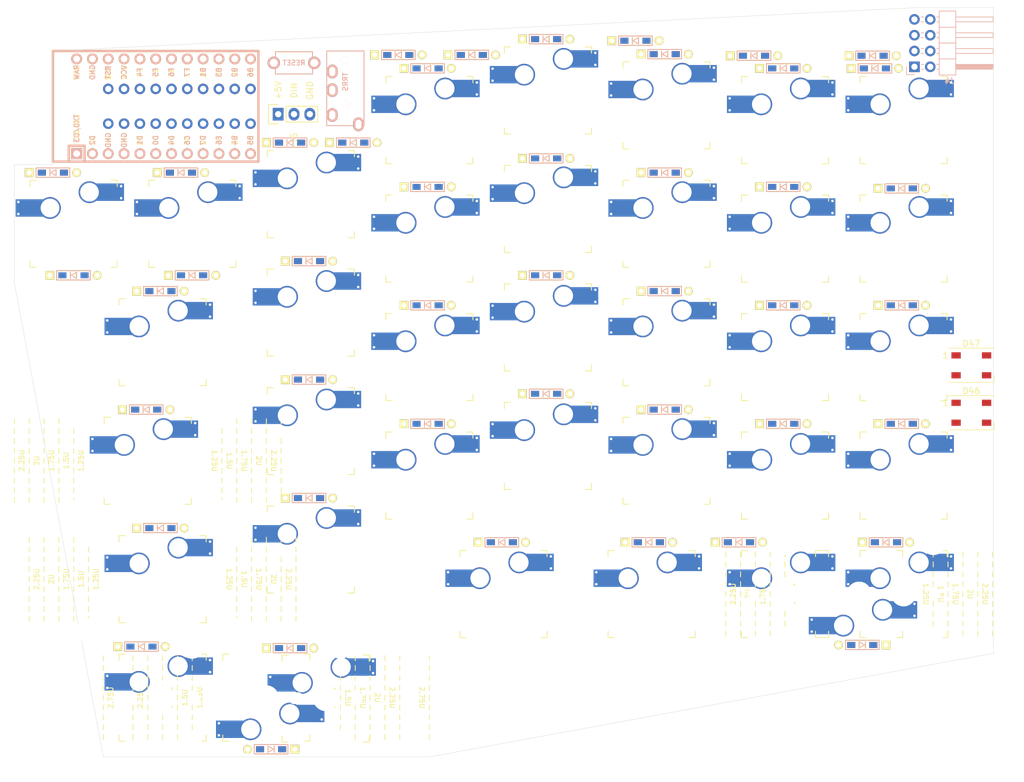
<source format=kicad_pcb>
(kicad_pcb (version 20171130) (host pcbnew "(5.1.5-0-10_14)")
  (layers (0 F.Cu signal) (31 B.Cu signal) (34 B.Paste user) (35 F.Paste user) (36 B.SilkS user) (37 F.SilkS user) (38 B.Mask user) (39 F.Mask user) (44 Edge.Cuts user))
  (net 0 "")
  (net 1 pin6)
  (net 2 pin1)
  (net 3 pin2)
  (net 4 pin3)
  (net 5 pin4)
  (net 6 pin5)
  (net 7 pin7)
  (net 8 "Net-(D8-Pad2)")
  (net 9 "Net-(D9-Pad2)")
  (net 10 "Net-(D11-Pad2)")
  (net 11 "Net-(D12-Pad2)")
  (net 12 pin8)
  (net 13 "Net-(D14-Pad2)")
  (net 14 "Net-(D15-Pad2)")
  (net 15 "Net-(D17-Pad2)")
  (net 16 "Net-(D18-Pad2)")
  (net 17 pin9)
  (net 18 "Net-(D20-Pad2)")
  (net 19 "Net-(D21-Pad2)")
  (net 20 "Net-(D23-Pad2)")
  (net 21 "Net-(D24-Pad2)")
  (net 22 pin10)
  (net 23 "Net-(D26-Pad2)")
  (net 24 "Net-(D27-Pad2)")
  (net 25 "Net-(D29-Pad2)")
  (net 26 "Net-(D30-Pad2)")
  (net 27 "Net-(D32-Pad2)")
  (net 28 "Net-(D33-Pad2)")
  (net 29 "Net-(D35-Pad2)")
  (net 30 "Net-(D36-Pad2)")
  (net 31 "Net-(D38-Pad2)")
  (net 32 "Net-(D39-Pad2)")
  (net 33 "Net-(D41-Pad2)")
  (net 34 "Net-(D42-Pad2)")
  (net 35 "Net-(D44-Pad2)")
  (net 36 "Net-(D45-Pad2)")
  (net 37 "Net-(D46-Pad2)")
  (net 38 "Net-(D47-Pad2)")
  (net 39 d4)
  (net 40 scl-d0)
  (net 41 sda-d1)
  (net 42 data)
  (net 43 led)
  (net 44 f6)
  (net 45 f5)
  (net 46 f4)
  (net 47 GND1)
  (net 48 VCC)
  (net 49 "Net-(J3-PadA)")
  (net 50 "Net-(J4-Pad6)")
  (net 51 "Net-(J4-Pad7)")
  (net 52 "Net-(J4-Pad8)")
  (net 53 reset)
  (net 54 "Net-(U1-Pad24)")
  (net 55 "Net-(D1-Pad1)")
  (net 56 "Net-(D2-Pad2)")
  (net 57 "Net-(D5-Pad2)")
  (net 58 "Net-(D6-Pad2)")
  (net 59 "Net-(D7-Pad2)")
  (net 60 "Net-(D13-Pad2)")
  (net 61 "Net-(D19-Pad2)")
  (net 62 "Net-(D25-Pad2)")
  (net 63 "Net-(D31-Pad2)")
  (net 64 "Net-(D37-Pad2)")
  (net 65 "Net-(D43-Pad2)")
  (net 66 "Net-(D3-Pad2)")
  (net 67 "Net-(D4-Pad1)")
  (net 68 "Net-(D10-Pad1)")
  (net 69 "Net-(D16-Pad1)")
  (net 70 "Net-(D22-Pad1)")
  (net 71 "Net-(D28-Pad1)")
  (net 72 "Net-(D34-Pad1)")
  (net 73 "Net-(D40-Pad1)")
  (module SMK_SU120:CherryMX_MidHeight_Choc_Hotswap_2.25U_Outline (layer F.Cu) (at 57.15 116.68125)
    (fp_text reference "" hide)
    (fp_text value "" hide)
    (fp_text user 1.25U (at 10.715625 0 -90 unlocked) (layer F.SilkS) (effects (font (size 0.8 0.8))))
    (fp_text user 1.75U (at 15.478125 0 -90 unlocked) (layer F.SilkS) (effects (font (size 0.8 0.8))))
    (fp_text user 1.5U (at 13.096875 0 -90 unlocked) (layer F.SilkS) (effects (font (size 0.8 0.8))))
    (fp_text user 2U (at 17.859375 0 -90 unlocked) (layer F.SilkS) (effects (font (size 0.8 0.8))))
    (fp_text user 2.25U (at 20.240625 0 -90 unlocked) (layer F.SilkS) (effects (font (size 0.8 0.8))))
    (fp_text user 1.25U (at -10.715625 0 90 unlocked) (layer F.SilkS) (effects (font (size 0.8 0.8))))
    (fp_text user 1.5U (at -13.096875 0 90 unlocked) (layer F.SilkS) (effects (font (size 0.8 0.8))))
    (fp_text user 1.75U (at -15.478125 0 90 unlocked) (layer F.SilkS) (effects (font (size 0.8 0.8))))
    (fp_text user 2U (at -17.859375 0 90 unlocked) (layer F.SilkS) (effects (font (size 0.8 0.8))))
    (fp_text user 2.25U (at -20.240625 0 90 unlocked) (layer F.SilkS) (effects (font (size 0.8 0.8))))
    (pad "" np_thru_hole circle (at -11.938 -6.985) (size 3.048 3.048) (drill 3.048) (layers *.Cu *.Mask))
    (pad "" np_thru_hole circle (at 11.938 -6.985) (size 3.048 3.048) (drill 3.048) (layers *.Cu *.Mask))
    (pad "" np_thru_hole circle (at -11.938 8.255) (size 3.9878 3.9878) (drill 3.9878) (layers *.Cu *.Mask))
    (pad "" np_thru_hole circle (at 11.938 8.255) (size 3.9878 3.9878) (drill 3.9878) (layers *.Cu *.Mask))
  )
  (module SMK_SU120:CherryMX_MidHeight_Choc_Hotswap_2.25U_Outline (layer F.Cu) (at 59.53125 135.73125)
    (fp_text reference "" hide)
    (fp_text value "" hide)
    (fp_text user 2.25U (at -20.240625 0 90 unlocked) (layer F.SilkS) (effects (font (size 0.8 0.8))))
    (fp_text user 2U (at -17.859375 0 90 unlocked) (layer F.SilkS) (effects (font (size 0.8 0.8))))
    (fp_text user 1.75U (at -15.478125 0 90 unlocked) (layer F.SilkS) (effects (font (size 0.8 0.8))))
    (fp_text user 1.5U (at -13.096875 0 90 unlocked) (layer F.SilkS) (effects (font (size 0.8 0.8))))
    (fp_text user 1.25U (at -10.715625 0 90 unlocked) (layer F.SilkS) (effects (font (size 0.8 0.8))))
    (fp_text user 2.25U (at 20.240625 0 -90 unlocked) (layer F.SilkS) (effects (font (size 0.8 0.8))))
    (fp_text user 2U (at 17.859375 0 -90 unlocked) (layer F.SilkS) (effects (font (size 0.8 0.8))))
    (fp_text user 1.5U (at 13.096875 0 -90 unlocked) (layer F.SilkS) (effects (font (size 0.8 0.8))))
    (fp_text user 1.75U (at 15.478125 0 -90 unlocked) (layer F.SilkS) (effects (font (size 0.8 0.8))))
    (fp_text user 1.25U (at 10.715625 0 -90 unlocked) (layer F.SilkS) (effects (font (size 0.8 0.8))))
    (pad "" np_thru_hole circle (at 11.938 8.255) (size 3.9878 3.9878) (drill 3.9878) (layers *.Cu *.Mask))
    (pad "" np_thru_hole circle (at -11.938 8.255) (size 3.9878 3.9878) (drill 3.9878) (layers *.Cu *.Mask))
    (pad "" np_thru_hole circle (at 11.938 -6.985) (size 3.048 3.048) (drill 3.048) (layers *.Cu *.Mask))
    (pad "" np_thru_hole circle (at -11.938 -6.985) (size 3.048 3.048) (drill 3.048) (layers *.Cu *.Mask))
  )
  (module SMK_SU120:D3_TH_SMD (layer F.Cu) (at 41.91 70.358)
    (fp_text reference D1 hide)
    (fp_text value D hide)
    (pad 1 smd rect (at -1.775 0) (size 1.3 0.95) (layers F.Cu F.Paste F.Mask) (net 55 "Net-(D1-Pad1)"))
    (pad 2 smd rect (at 1.775 0) (size 1.3 0.95) (layers B.Cu B.Paste B.Mask) (net 12 pin8))
    (pad 1 smd rect (at -1.775 0) (size 1.3 0.95) (layers B.Cu B.Paste B.Mask) (net 55 "Net-(D1-Pad1)"))
    (pad 1 thru_hole rect (at -3.81 0) (size 1.397 1.397) (drill 0.8128) (layers *.Cu *.Mask F.SilkS) (net 55 "Net-(D1-Pad1)"))
    (pad 2 thru_hole circle (at 3.81 0) (size 1.397 1.397) (drill 0.8128) (layers *.Cu *.Mask F.SilkS) (net 12 pin8))
    (pad 2 smd rect (at 1.775 0) (size 1.3 0.95) (layers F.Cu F.Paste F.Mask) (net 12 pin8))
  )
  (module SMK_SU120:D3_TH_SMD (layer F.Cu) (at 45.212 86.868)
    (fp_text reference D2 hide)
    (fp_text value D hide)
    (pad 1 smd rect (at -1.775 0) (size 1.3 0.95) (layers F.Cu F.Paste F.Mask) (net 2 pin1))
    (pad 2 smd rect (at 1.775 0) (size 1.3 0.95) (layers B.Cu B.Paste B.Mask) (net 56 "Net-(D2-Pad2)"))
    (pad 1 smd rect (at -1.775 0) (size 1.3 0.95) (layers B.Cu B.Paste B.Mask) (net 2 pin1))
    (pad 1 thru_hole rect (at -3.81 0) (size 1.397 1.397) (drill 0.8128) (layers *.Cu *.Mask F.SilkS) (net 2 pin1))
    (pad 2 thru_hole circle (at 3.81 0) (size 1.397 1.397) (drill 0.8128) (layers *.Cu *.Mask F.SilkS) (net 56 "Net-(D2-Pad2)"))
    (pad 2 smd rect (at 1.775 0) (size 1.3 0.95) (layers F.Cu F.Paste F.Mask) (net 56 "Net-(D2-Pad2)"))
  )
  (module SMK_SU120:D3_TH_SMD (layer F.Cu) (at 62.484 70.358)
    (fp_text reference D4 hide)
    (fp_text value D hide)
    (pad 2 smd rect (at 1.775 0) (size 1.3 0.95) (layers F.Cu F.Paste F.Mask) (net 17 pin9))
    (pad 2 thru_hole circle (at 3.81 0) (size 1.397 1.397) (drill 0.8128) (layers *.Cu *.Mask F.SilkS) (net 17 pin9))
    (pad 1 thru_hole rect (at -3.81 0) (size 1.397 1.397) (drill 0.8128) (layers *.Cu *.Mask F.SilkS) (net 67 "Net-(D4-Pad1)"))
    (pad 1 smd rect (at -1.775 0) (size 1.3 0.95) (layers B.Cu B.Paste B.Mask) (net 67 "Net-(D4-Pad1)"))
    (pad 2 smd rect (at 1.775 0) (size 1.3 0.95) (layers B.Cu B.Paste B.Mask) (net 17 pin9))
    (pad 1 smd rect (at -1.775 0) (size 1.3 0.95) (layers F.Cu F.Paste F.Mask) (net 67 "Net-(D4-Pad1)"))
  )
  (module SMK_SU120:D3_TH_SMD (layer F.Cu) (at 64.262 86.868)
    (fp_text reference D5 hide)
    (fp_text value D hide)
    (pad 1 smd rect (at -1.775 0) (size 1.3 0.95) (layers F.Cu F.Paste F.Mask) (net 2 pin1))
    (pad 2 smd rect (at 1.775 0) (size 1.3 0.95) (layers B.Cu B.Paste B.Mask) (net 57 "Net-(D5-Pad2)"))
    (pad 1 smd rect (at -1.775 0) (size 1.3 0.95) (layers B.Cu B.Paste B.Mask) (net 2 pin1))
    (pad 1 thru_hole rect (at -3.81 0) (size 1.397 1.397) (drill 0.8128) (layers *.Cu *.Mask F.SilkS) (net 2 pin1))
    (pad 2 thru_hole circle (at 3.81 0) (size 1.397 1.397) (drill 0.8128) (layers *.Cu *.Mask F.SilkS) (net 57 "Net-(D5-Pad2)"))
    (pad 2 smd rect (at 1.775 0) (size 1.3 0.95) (layers F.Cu F.Paste F.Mask) (net 57 "Net-(D5-Pad2)"))
  )
  (module SMK_SU120:D3_TH_SMD (layer F.Cu) (at 59.182 89.408)
    (fp_text reference D6 hide)
    (fp_text value D hide)
    (pad 1 smd rect (at -1.775 0) (size 1.3 0.95) (layers F.Cu F.Paste F.Mask) (net 3 pin2))
    (pad 2 smd rect (at 1.775 0) (size 1.3 0.95) (layers B.Cu B.Paste B.Mask) (net 58 "Net-(D6-Pad2)"))
    (pad 1 smd rect (at -1.775 0) (size 1.3 0.95) (layers B.Cu B.Paste B.Mask) (net 3 pin2))
    (pad 1 thru_hole rect (at -3.81 0) (size 1.397 1.397) (drill 0.8128) (layers *.Cu *.Mask F.SilkS) (net 3 pin2))
    (pad 2 thru_hole circle (at 3.81 0) (size 1.397 1.397) (drill 0.8128) (layers *.Cu *.Mask F.SilkS) (net 58 "Net-(D6-Pad2)"))
    (pad 2 smd rect (at 1.775 0) (size 1.3 0.95) (layers F.Cu F.Paste F.Mask) (net 58 "Net-(D6-Pad2)"))
  )
  (module SMK_SU120:D3_TH_SMD (layer F.Cu) (at 56.896 108.458)
    (fp_text reference D7 hide)
    (fp_text value D hide)
    (pad 1 smd rect (at -1.775 0) (size 1.3 0.95) (layers F.Cu F.Paste F.Mask) (net 4 pin3))
    (pad 2 smd rect (at 1.775 0) (size 1.3 0.95) (layers B.Cu B.Paste B.Mask) (net 59 "Net-(D7-Pad2)"))
    (pad 1 smd rect (at -1.775 0) (size 1.3 0.95) (layers B.Cu B.Paste B.Mask) (net 4 pin3))
    (pad 1 thru_hole rect (at -3.81 0) (size 1.397 1.397) (drill 0.8128) (layers *.Cu *.Mask F.SilkS) (net 4 pin3))
    (pad 2 thru_hole circle (at 3.81 0) (size 1.397 1.397) (drill 0.8128) (layers *.Cu *.Mask F.SilkS) (net 59 "Net-(D7-Pad2)"))
    (pad 2 smd rect (at 1.775 0) (size 1.3 0.95) (layers F.Cu F.Paste F.Mask) (net 59 "Net-(D7-Pad2)"))
  )
  (module SMK_SU120:D3_TH_SMD (layer F.Cu) (at 59.182 127.508)
    (fp_text reference D8 hide)
    (fp_text value D hide)
    (pad 1 smd rect (at -1.775 0) (size 1.3 0.95) (layers F.Cu F.Paste F.Mask) (net 5 pin4))
    (pad 2 smd rect (at 1.775 0) (size 1.3 0.95) (layers B.Cu B.Paste B.Mask) (net 8 "Net-(D8-Pad2)"))
    (pad 1 smd rect (at -1.775 0) (size 1.3 0.95) (layers B.Cu B.Paste B.Mask) (net 5 pin4))
    (pad 1 thru_hole rect (at -3.81 0) (size 1.397 1.397) (drill 0.8128) (layers *.Cu *.Mask F.SilkS) (net 5 pin4))
    (pad 2 thru_hole circle (at 3.81 0) (size 1.397 1.397) (drill 0.8128) (layers *.Cu *.Mask F.SilkS) (net 8 "Net-(D8-Pad2)"))
    (pad 2 smd rect (at 1.775 0) (size 1.3 0.95) (layers F.Cu F.Paste F.Mask) (net 8 "Net-(D8-Pad2)"))
  )
  (module SMK_SU120:D3_TH_SMD (layer F.Cu) (at 76.962 163.068 180)
    (fp_text reference D9 hide)
    (fp_text value D hide)
    (pad 1 smd rect (at -1.775 0 180) (size 1.3 0.95) (layers F.Cu F.Paste F.Mask) (net 6 pin5))
    (pad 2 smd rect (at 1.775 0 180) (size 1.3 0.95) (layers B.Cu B.Paste B.Mask) (net 9 "Net-(D9-Pad2)"))
    (pad 1 smd rect (at -1.775 0 180) (size 1.3 0.95) (layers B.Cu B.Paste B.Mask) (net 6 pin5))
    (pad 1 thru_hole rect (at -3.81 0 180) (size 1.397 1.397) (drill 0.8128) (layers *.Cu *.Mask F.SilkS) (net 6 pin5))
    (pad 2 thru_hole circle (at 3.81 0 180) (size 1.397 1.397) (drill 0.8128) (layers *.Cu *.Mask F.SilkS) (net 9 "Net-(D9-Pad2)"))
    (pad 2 smd rect (at 1.775 0 180) (size 1.3 0.95) (layers F.Cu F.Paste F.Mask) (net 9 "Net-(D9-Pad2)"))
  )
  (module SMK_SU120:D3_TH_SMD (layer F.Cu) (at 80.01 65.532)
    (fp_text reference D10 hide)
    (fp_text value D hide)
    (pad 1 smd rect (at -1.775 0) (size 1.3 0.95) (layers F.Cu F.Paste F.Mask) (net 68 "Net-(D10-Pad1)"))
    (pad 2 smd rect (at 1.775 0) (size 1.3 0.95) (layers B.Cu B.Paste B.Mask) (net 22 pin10))
    (pad 1 smd rect (at -1.775 0) (size 1.3 0.95) (layers B.Cu B.Paste B.Mask) (net 68 "Net-(D10-Pad1)"))
    (pad 1 thru_hole rect (at -3.81 0) (size 1.397 1.397) (drill 0.8128) (layers *.Cu *.Mask F.SilkS) (net 68 "Net-(D10-Pad1)"))
    (pad 2 thru_hole circle (at 3.81 0) (size 1.397 1.397) (drill 0.8128) (layers *.Cu *.Mask F.SilkS) (net 22 pin10))
    (pad 2 smd rect (at 1.775 0) (size 1.3 0.95) (layers F.Cu F.Paste F.Mask) (net 22 pin10))
  )
  (module SMK_SU120:D3_TH_SMD (layer F.Cu) (at 90.17 65.532)
    (fp_text reference D11 hide)
    (fp_text value D hide)
    (pad 1 smd rect (at -1.775 0) (size 1.3 0.95) (layers F.Cu F.Paste F.Mask) (net 2 pin1))
    (pad 2 smd rect (at 1.775 0) (size 1.3 0.95) (layers B.Cu B.Paste B.Mask) (net 10 "Net-(D11-Pad2)"))
    (pad 1 smd rect (at -1.775 0) (size 1.3 0.95) (layers B.Cu B.Paste B.Mask) (net 2 pin1))
    (pad 1 thru_hole rect (at -3.81 0) (size 1.397 1.397) (drill 0.8128) (layers *.Cu *.Mask F.SilkS) (net 2 pin1))
    (pad 2 thru_hole circle (at 3.81 0) (size 1.397 1.397) (drill 0.8128) (layers *.Cu *.Mask F.SilkS) (net 10 "Net-(D11-Pad2)"))
    (pad 2 smd rect (at 1.775 0) (size 1.3 0.95) (layers F.Cu F.Paste F.Mask) (net 10 "Net-(D11-Pad2)"))
  )
  (module SMK_SU120:D3_TH_SMD (layer F.Cu) (at 83.058 84.582)
    (fp_text reference D12 hide)
    (fp_text value D hide)
    (pad 1 smd rect (at -1.775 0) (size 1.3 0.95) (layers F.Cu F.Paste F.Mask) (net 3 pin2))
    (pad 2 smd rect (at 1.775 0) (size 1.3 0.95) (layers B.Cu B.Paste B.Mask) (net 11 "Net-(D12-Pad2)"))
    (pad 1 smd rect (at -1.775 0) (size 1.3 0.95) (layers B.Cu B.Paste B.Mask) (net 3 pin2))
    (pad 1 thru_hole rect (at -3.81 0) (size 1.397 1.397) (drill 0.8128) (layers *.Cu *.Mask F.SilkS) (net 3 pin2))
    (pad 2 thru_hole circle (at 3.81 0) (size 1.397 1.397) (drill 0.8128) (layers *.Cu *.Mask F.SilkS) (net 11 "Net-(D12-Pad2)"))
    (pad 2 smd rect (at 1.775 0) (size 1.3 0.95) (layers F.Cu F.Paste F.Mask) (net 11 "Net-(D12-Pad2)"))
  )
  (module SMK_SU120:D3_TH_SMD (layer F.Cu) (at 83.058 103.632)
    (fp_text reference D13 hide)
    (fp_text value D hide)
    (pad 1 smd rect (at -1.775 0) (size 1.3 0.95) (layers F.Cu F.Paste F.Mask) (net 4 pin3))
    (pad 2 smd rect (at 1.775 0) (size 1.3 0.95) (layers B.Cu B.Paste B.Mask) (net 60 "Net-(D13-Pad2)"))
    (pad 1 smd rect (at -1.775 0) (size 1.3 0.95) (layers B.Cu B.Paste B.Mask) (net 4 pin3))
    (pad 1 thru_hole rect (at -3.81 0) (size 1.397 1.397) (drill 0.8128) (layers *.Cu *.Mask F.SilkS) (net 4 pin3))
    (pad 2 thru_hole circle (at 3.81 0) (size 1.397 1.397) (drill 0.8128) (layers *.Cu *.Mask F.SilkS) (net 60 "Net-(D13-Pad2)"))
    (pad 2 smd rect (at 1.775 0) (size 1.3 0.95) (layers F.Cu F.Paste F.Mask) (net 60 "Net-(D13-Pad2)"))
  )
  (module SMK_SU120:D3_TH_SMD (layer F.Cu) (at 83.058 122.682)
    (fp_text reference D14 hide)
    (fp_text value D hide)
    (pad 1 smd rect (at -1.775 0) (size 1.3 0.95) (layers F.Cu F.Paste F.Mask) (net 5 pin4))
    (pad 2 smd rect (at 1.775 0) (size 1.3 0.95) (layers B.Cu B.Paste B.Mask) (net 13 "Net-(D14-Pad2)"))
    (pad 1 smd rect (at -1.775 0) (size 1.3 0.95) (layers B.Cu B.Paste B.Mask) (net 5 pin4))
    (pad 1 thru_hole rect (at -3.81 0) (size 1.397 1.397) (drill 0.8128) (layers *.Cu *.Mask F.SilkS) (net 5 pin4))
    (pad 2 thru_hole circle (at 3.81 0) (size 1.397 1.397) (drill 0.8128) (layers *.Cu *.Mask F.SilkS) (net 13 "Net-(D14-Pad2)"))
    (pad 2 smd rect (at 1.775 0) (size 1.3 0.95) (layers F.Cu F.Paste F.Mask) (net 13 "Net-(D14-Pad2)"))
  )
  (module SMK_SU120:D3_TH_SMD (layer F.Cu) (at 80.01 146.812)
    (fp_text reference D15 hide)
    (fp_text value D hide)
    (pad 1 smd rect (at -1.775 0) (size 1.3 0.95) (layers F.Cu F.Paste F.Mask) (net 6 pin5))
    (pad 2 smd rect (at 1.775 0) (size 1.3 0.95) (layers B.Cu B.Paste B.Mask) (net 14 "Net-(D15-Pad2)"))
    (pad 1 smd rect (at -1.775 0) (size 1.3 0.95) (layers B.Cu B.Paste B.Mask) (net 6 pin5))
    (pad 1 thru_hole rect (at -3.81 0) (size 1.397 1.397) (drill 0.8128) (layers *.Cu *.Mask F.SilkS) (net 6 pin5))
    (pad 2 thru_hole circle (at 3.81 0) (size 1.397 1.397) (drill 0.8128) (layers *.Cu *.Mask F.SilkS) (net 14 "Net-(D15-Pad2)"))
    (pad 2 smd rect (at 1.775 0) (size 1.3 0.95) (layers F.Cu F.Paste F.Mask) (net 14 "Net-(D15-Pad2)"))
  )
  (module SMK_SU120:D3_TH_SMD (layer F.Cu) (at 97.409 51.435)
    (fp_text reference D16 hide)
    (fp_text value D hide)
    (pad 2 smd rect (at 1.775 0) (size 1.3 0.95) (layers F.Cu F.Paste F.Mask) (net 2 pin1))
    (pad 2 thru_hole circle (at 3.81 0) (size 1.397 1.397) (drill 0.8128) (layers *.Cu *.Mask F.SilkS) (net 2 pin1))
    (pad 1 thru_hole rect (at -3.81 0) (size 1.397 1.397) (drill 0.8128) (layers *.Cu *.Mask F.SilkS) (net 69 "Net-(D16-Pad1)"))
    (pad 1 smd rect (at -1.775 0) (size 1.3 0.95) (layers B.Cu B.Paste B.Mask) (net 69 "Net-(D16-Pad1)"))
    (pad 2 smd rect (at 1.775 0) (size 1.3 0.95) (layers B.Cu B.Paste B.Mask) (net 2 pin1))
    (pad 1 smd rect (at -1.775 0) (size 1.3 0.95) (layers F.Cu F.Paste F.Mask) (net 69 "Net-(D16-Pad1)"))
  )
  (module SMK_SU120:D3_TH_SMD (layer F.Cu) (at 102.108 53.594)
    (fp_text reference D17 hide)
    (fp_text value D hide)
    (pad 2 smd rect (at 1.775 0) (size 1.3 0.95) (layers F.Cu F.Paste F.Mask) (net 15 "Net-(D17-Pad2)"))
    (pad 2 thru_hole circle (at 3.81 0) (size 1.397 1.397) (drill 0.8128) (layers *.Cu *.Mask F.SilkS) (net 15 "Net-(D17-Pad2)"))
    (pad 1 thru_hole rect (at -3.81 0) (size 1.397 1.397) (drill 0.8128) (layers *.Cu *.Mask F.SilkS) (net 1 pin6))
    (pad 1 smd rect (at -1.775 0) (size 1.3 0.95) (layers B.Cu B.Paste B.Mask) (net 1 pin6))
    (pad 2 smd rect (at 1.775 0) (size 1.3 0.95) (layers B.Cu B.Paste B.Mask) (net 15 "Net-(D17-Pad2)"))
    (pad 1 smd rect (at -1.775 0) (size 1.3 0.95) (layers F.Cu F.Paste F.Mask) (net 1 pin6))
  )
  (module SMK_SU120:D3_TH_SMD (layer F.Cu) (at 102.108 72.644)
    (fp_text reference D18 hide)
    (fp_text value D hide)
    (pad 2 smd rect (at 1.775 0) (size 1.3 0.95) (layers F.Cu F.Paste F.Mask) (net 16 "Net-(D18-Pad2)"))
    (pad 2 thru_hole circle (at 3.81 0) (size 1.397 1.397) (drill 0.8128) (layers *.Cu *.Mask F.SilkS) (net 16 "Net-(D18-Pad2)"))
    (pad 1 thru_hole rect (at -3.81 0) (size 1.397 1.397) (drill 0.8128) (layers *.Cu *.Mask F.SilkS) (net 7 pin7))
    (pad 1 smd rect (at -1.775 0) (size 1.3 0.95) (layers B.Cu B.Paste B.Mask) (net 7 pin7))
    (pad 2 smd rect (at 1.775 0) (size 1.3 0.95) (layers B.Cu B.Paste B.Mask) (net 16 "Net-(D18-Pad2)"))
    (pad 1 smd rect (at -1.775 0) (size 1.3 0.95) (layers F.Cu F.Paste F.Mask) (net 7 pin7))
  )
  (module SMK_SU120:D3_TH_SMD (layer F.Cu) (at 102.108 91.694)
    (fp_text reference D19 hide)
    (fp_text value D hide)
    (pad 2 smd rect (at 1.775 0) (size 1.3 0.95) (layers F.Cu F.Paste F.Mask) (net 61 "Net-(D19-Pad2)"))
    (pad 2 thru_hole circle (at 3.81 0) (size 1.397 1.397) (drill 0.8128) (layers *.Cu *.Mask F.SilkS) (net 61 "Net-(D19-Pad2)"))
    (pad 1 thru_hole rect (at -3.81 0) (size 1.397 1.397) (drill 0.8128) (layers *.Cu *.Mask F.SilkS) (net 12 pin8))
    (pad 1 smd rect (at -1.775 0) (size 1.3 0.95) (layers B.Cu B.Paste B.Mask) (net 12 pin8))
    (pad 2 smd rect (at 1.775 0) (size 1.3 0.95) (layers B.Cu B.Paste B.Mask) (net 61 "Net-(D19-Pad2)"))
    (pad 1 smd rect (at -1.775 0) (size 1.3 0.95) (layers F.Cu F.Paste F.Mask) (net 12 pin8))
  )
  (module SMK_SU120:D3_TH_SMD (layer F.Cu) (at 102.108 110.744)
    (fp_text reference D20 hide)
    (fp_text value D hide)
    (pad 2 smd rect (at 1.775 0) (size 1.3 0.95) (layers F.Cu F.Paste F.Mask) (net 18 "Net-(D20-Pad2)"))
    (pad 2 thru_hole circle (at 3.81 0) (size 1.397 1.397) (drill 0.8128) (layers *.Cu *.Mask F.SilkS) (net 18 "Net-(D20-Pad2)"))
    (pad 1 thru_hole rect (at -3.81 0) (size 1.397 1.397) (drill 0.8128) (layers *.Cu *.Mask F.SilkS) (net 17 pin9))
    (pad 1 smd rect (at -1.775 0) (size 1.3 0.95) (layers B.Cu B.Paste B.Mask) (net 17 pin9))
    (pad 2 smd rect (at 1.775 0) (size 1.3 0.95) (layers B.Cu B.Paste B.Mask) (net 18 "Net-(D20-Pad2)"))
    (pad 1 smd rect (at -1.775 0) (size 1.3 0.95) (layers F.Cu F.Paste F.Mask) (net 17 pin9))
  )
  (module SMK_SU120:D3_TH_SMD (layer F.Cu) (at 114.046 129.794)
    (fp_text reference D21 hide)
    (fp_text value D hide)
    (pad 2 smd rect (at 1.775 0) (size 1.3 0.95) (layers F.Cu F.Paste F.Mask) (net 19 "Net-(D21-Pad2)"))
    (pad 2 thru_hole circle (at 3.81 0) (size 1.397 1.397) (drill 0.8128) (layers *.Cu *.Mask F.SilkS) (net 19 "Net-(D21-Pad2)"))
    (pad 1 thru_hole rect (at -3.81 0) (size 1.397 1.397) (drill 0.8128) (layers *.Cu *.Mask F.SilkS) (net 22 pin10))
    (pad 1 smd rect (at -1.775 0) (size 1.3 0.95) (layers B.Cu B.Paste B.Mask) (net 22 pin10))
    (pad 2 smd rect (at 1.775 0) (size 1.3 0.95) (layers B.Cu B.Paste B.Mask) (net 19 "Net-(D21-Pad2)"))
    (pad 1 smd rect (at -1.775 0) (size 1.3 0.95) (layers F.Cu F.Paste F.Mask) (net 22 pin10))
  )
  (module SMK_SU120:D3_TH_SMD (layer F.Cu) (at 109.22 51.435)
    (fp_text reference D22 hide)
    (fp_text value D hide)
    (pad 1 smd rect (at -1.775 0) (size 1.3 0.95) (layers F.Cu F.Paste F.Mask) (net 70 "Net-(D22-Pad1)"))
    (pad 2 smd rect (at 1.775 0) (size 1.3 0.95) (layers B.Cu B.Paste B.Mask) (net 3 pin2))
    (pad 1 smd rect (at -1.775 0) (size 1.3 0.95) (layers B.Cu B.Paste B.Mask) (net 70 "Net-(D22-Pad1)"))
    (pad 1 thru_hole rect (at -3.81 0) (size 1.397 1.397) (drill 0.8128) (layers *.Cu *.Mask F.SilkS) (net 70 "Net-(D22-Pad1)"))
    (pad 2 thru_hole circle (at 3.81 0) (size 1.397 1.397) (drill 0.8128) (layers *.Cu *.Mask F.SilkS) (net 3 pin2))
    (pad 2 smd rect (at 1.775 0) (size 1.3 0.95) (layers F.Cu F.Paste F.Mask) (net 3 pin2))
  )
  (module SMK_SU120:D3_TH_SMD (layer F.Cu) (at 121.155 48.895)
    (fp_text reference D23 hide)
    (fp_text value D hide)
    (pad 2 smd rect (at 1.775 0) (size 1.3 0.95) (layers F.Cu F.Paste F.Mask) (net 20 "Net-(D23-Pad2)"))
    (pad 2 thru_hole circle (at 3.81 0) (size 1.397 1.397) (drill 0.8128) (layers *.Cu *.Mask F.SilkS) (net 20 "Net-(D23-Pad2)"))
    (pad 1 thru_hole rect (at -3.81 0) (size 1.397 1.397) (drill 0.8128) (layers *.Cu *.Mask F.SilkS) (net 1 pin6))
    (pad 1 smd rect (at -1.775 0) (size 1.3 0.95) (layers B.Cu B.Paste B.Mask) (net 1 pin6))
    (pad 2 smd rect (at 1.775 0) (size 1.3 0.95) (layers B.Cu B.Paste B.Mask) (net 20 "Net-(D23-Pad2)"))
    (pad 1 smd rect (at -1.775 0) (size 1.3 0.95) (layers F.Cu F.Paste F.Mask) (net 1 pin6))
  )
  (module SMK_SU120:D3_TH_SMD (layer F.Cu) (at 121.158 68.072)
    (fp_text reference D24 hide)
    (fp_text value D hide)
    (pad 2 smd rect (at 1.775 0) (size 1.3 0.95) (layers F.Cu F.Paste F.Mask) (net 21 "Net-(D24-Pad2)"))
    (pad 2 thru_hole circle (at 3.81 0) (size 1.397 1.397) (drill 0.8128) (layers *.Cu *.Mask F.SilkS) (net 21 "Net-(D24-Pad2)"))
    (pad 1 thru_hole rect (at -3.81 0) (size 1.397 1.397) (drill 0.8128) (layers *.Cu *.Mask F.SilkS) (net 7 pin7))
    (pad 1 smd rect (at -1.775 0) (size 1.3 0.95) (layers B.Cu B.Paste B.Mask) (net 7 pin7))
    (pad 2 smd rect (at 1.775 0) (size 1.3 0.95) (layers B.Cu B.Paste B.Mask) (net 21 "Net-(D24-Pad2)"))
    (pad 1 smd rect (at -1.775 0) (size 1.3 0.95) (layers F.Cu F.Paste F.Mask) (net 7 pin7))
  )
  (module SMK_SU120:D3_TH_SMD (layer F.Cu) (at 121.158 86.868)
    (fp_text reference D25 hide)
    (fp_text value D hide)
    (pad 2 smd rect (at 1.775 0) (size 1.3 0.95) (layers F.Cu F.Paste F.Mask) (net 62 "Net-(D25-Pad2)"))
    (pad 2 thru_hole circle (at 3.81 0) (size 1.397 1.397) (drill 0.8128) (layers *.Cu *.Mask F.SilkS) (net 62 "Net-(D25-Pad2)"))
    (pad 1 thru_hole rect (at -3.81 0) (size 1.397 1.397) (drill 0.8128) (layers *.Cu *.Mask F.SilkS) (net 12 pin8))
    (pad 1 smd rect (at -1.775 0) (size 1.3 0.95) (layers B.Cu B.Paste B.Mask) (net 12 pin8))
    (pad 2 smd rect (at 1.775 0) (size 1.3 0.95) (layers B.Cu B.Paste B.Mask) (net 62 "Net-(D25-Pad2)"))
    (pad 1 smd rect (at -1.775 0) (size 1.3 0.95) (layers F.Cu F.Paste F.Mask) (net 12 pin8))
  )
  (module SMK_SU120:D3_TH_SMD (layer F.Cu) (at 121.158 105.918)
    (fp_text reference D26 hide)
    (fp_text value D hide)
    (pad 2 smd rect (at 1.775 0) (size 1.3 0.95) (layers F.Cu F.Paste F.Mask) (net 23 "Net-(D26-Pad2)"))
    (pad 2 thru_hole circle (at 3.81 0) (size 1.397 1.397) (drill 0.8128) (layers *.Cu *.Mask F.SilkS) (net 23 "Net-(D26-Pad2)"))
    (pad 1 thru_hole rect (at -3.81 0) (size 1.397 1.397) (drill 0.8128) (layers *.Cu *.Mask F.SilkS) (net 17 pin9))
    (pad 1 smd rect (at -1.775 0) (size 1.3 0.95) (layers B.Cu B.Paste B.Mask) (net 17 pin9))
    (pad 2 smd rect (at 1.775 0) (size 1.3 0.95) (layers B.Cu B.Paste B.Mask) (net 23 "Net-(D26-Pad2)"))
    (pad 1 smd rect (at -1.775 0) (size 1.3 0.95) (layers F.Cu F.Paste F.Mask) (net 17 pin9))
  )
  (module SMK_SU120:D3_TH_SMD (layer F.Cu) (at 137.668 129.794)
    (fp_text reference D27 hide)
    (fp_text value D hide)
    (pad 2 smd rect (at 1.775 0) (size 1.3 0.95) (layers F.Cu F.Paste F.Mask) (net 24 "Net-(D27-Pad2)"))
    (pad 2 thru_hole circle (at 3.81 0) (size 1.397 1.397) (drill 0.8128) (layers *.Cu *.Mask F.SilkS) (net 24 "Net-(D27-Pad2)"))
    (pad 1 thru_hole rect (at -3.81 0) (size 1.397 1.397) (drill 0.8128) (layers *.Cu *.Mask F.SilkS) (net 22 pin10))
    (pad 1 smd rect (at -1.775 0) (size 1.3 0.95) (layers B.Cu B.Paste B.Mask) (net 22 pin10))
    (pad 2 smd rect (at 1.775 0) (size 1.3 0.95) (layers B.Cu B.Paste B.Mask) (net 24 "Net-(D27-Pad2)"))
    (pad 1 smd rect (at -1.775 0) (size 1.3 0.95) (layers F.Cu F.Paste F.Mask) (net 22 pin10))
  )
  (module SMK_SU120:D3_TH_SMD (layer F.Cu) (at 135.509 49.149)
    (fp_text reference D28 hide)
    (fp_text value D hide)
    (pad 2 smd rect (at 1.775 0) (size 1.3 0.95) (layers F.Cu F.Paste F.Mask) (net 4 pin3))
    (pad 2 thru_hole circle (at 3.81 0) (size 1.397 1.397) (drill 0.8128) (layers *.Cu *.Mask F.SilkS) (net 4 pin3))
    (pad 1 thru_hole rect (at -3.81 0) (size 1.397 1.397) (drill 0.8128) (layers *.Cu *.Mask F.SilkS) (net 71 "Net-(D28-Pad1)"))
    (pad 1 smd rect (at -1.775 0) (size 1.3 0.95) (layers B.Cu B.Paste B.Mask) (net 71 "Net-(D28-Pad1)"))
    (pad 2 smd rect (at 1.775 0) (size 1.3 0.95) (layers B.Cu B.Paste B.Mask) (net 4 pin3))
    (pad 1 smd rect (at -1.775 0) (size 1.3 0.95) (layers F.Cu F.Paste F.Mask) (net 71 "Net-(D28-Pad1)"))
  )
  (module SMK_SU120:D3_TH_SMD (layer F.Cu) (at 140.208 51.308)
    (fp_text reference D29 hide)
    (fp_text value D hide)
    (pad 2 smd rect (at 1.775 0) (size 1.3 0.95) (layers F.Cu F.Paste F.Mask) (net 25 "Net-(D29-Pad2)"))
    (pad 2 thru_hole circle (at 3.81 0) (size 1.397 1.397) (drill 0.8128) (layers *.Cu *.Mask F.SilkS) (net 25 "Net-(D29-Pad2)"))
    (pad 1 thru_hole rect (at -3.81 0) (size 1.397 1.397) (drill 0.8128) (layers *.Cu *.Mask F.SilkS) (net 1 pin6))
    (pad 1 smd rect (at -1.775 0) (size 1.3 0.95) (layers B.Cu B.Paste B.Mask) (net 1 pin6))
    (pad 2 smd rect (at 1.775 0) (size 1.3 0.95) (layers B.Cu B.Paste B.Mask) (net 25 "Net-(D29-Pad2)"))
    (pad 1 smd rect (at -1.775 0) (size 1.3 0.95) (layers F.Cu F.Paste F.Mask) (net 1 pin6))
  )
  (module SMK_SU120:D3_TH_SMD (layer F.Cu) (at 140.208 70.358)
    (fp_text reference D30 hide)
    (fp_text value D hide)
    (pad 2 smd rect (at 1.775 0) (size 1.3 0.95) (layers F.Cu F.Paste F.Mask) (net 26 "Net-(D30-Pad2)"))
    (pad 2 thru_hole circle (at 3.81 0) (size 1.397 1.397) (drill 0.8128) (layers *.Cu *.Mask F.SilkS) (net 26 "Net-(D30-Pad2)"))
    (pad 1 thru_hole rect (at -3.81 0) (size 1.397 1.397) (drill 0.8128) (layers *.Cu *.Mask F.SilkS) (net 7 pin7))
    (pad 1 smd rect (at -1.775 0) (size 1.3 0.95) (layers B.Cu B.Paste B.Mask) (net 7 pin7))
    (pad 2 smd rect (at 1.775 0) (size 1.3 0.95) (layers B.Cu B.Paste B.Mask) (net 26 "Net-(D30-Pad2)"))
    (pad 1 smd rect (at -1.775 0) (size 1.3 0.95) (layers F.Cu F.Paste F.Mask) (net 7 pin7))
  )
  (module SMK_SU120:D3_TH_SMD (layer F.Cu) (at 140.208 89.408)
    (fp_text reference D31 hide)
    (fp_text value D hide)
    (pad 2 smd rect (at 1.775 0) (size 1.3 0.95) (layers F.Cu F.Paste F.Mask) (net 63 "Net-(D31-Pad2)"))
    (pad 2 thru_hole circle (at 3.81 0) (size 1.397 1.397) (drill 0.8128) (layers *.Cu *.Mask F.SilkS) (net 63 "Net-(D31-Pad2)"))
    (pad 1 thru_hole rect (at -3.81 0) (size 1.397 1.397) (drill 0.8128) (layers *.Cu *.Mask F.SilkS) (net 12 pin8))
    (pad 1 smd rect (at -1.775 0) (size 1.3 0.95) (layers B.Cu B.Paste B.Mask) (net 12 pin8))
    (pad 2 smd rect (at 1.775 0) (size 1.3 0.95) (layers B.Cu B.Paste B.Mask) (net 63 "Net-(D31-Pad2)"))
    (pad 1 smd rect (at -1.775 0) (size 1.3 0.95) (layers F.Cu F.Paste F.Mask) (net 12 pin8))
  )
  (module SMK_SU120:D3_TH_SMD (layer F.Cu) (at 140.208 108.458)
    (fp_text reference D32 hide)
    (fp_text value D hide)
    (pad 2 smd rect (at 1.775 0) (size 1.3 0.95) (layers F.Cu F.Paste F.Mask) (net 27 "Net-(D32-Pad2)"))
    (pad 2 thru_hole circle (at 3.81 0) (size 1.397 1.397) (drill 0.8128) (layers *.Cu *.Mask F.SilkS) (net 27 "Net-(D32-Pad2)"))
    (pad 1 thru_hole rect (at -3.81 0) (size 1.397 1.397) (drill 0.8128) (layers *.Cu *.Mask F.SilkS) (net 17 pin9))
    (pad 1 smd rect (at -1.775 0) (size 1.3 0.95) (layers B.Cu B.Paste B.Mask) (net 17 pin9))
    (pad 2 smd rect (at 1.775 0) (size 1.3 0.95) (layers B.Cu B.Paste B.Mask) (net 27 "Net-(D32-Pad2)"))
    (pad 1 smd rect (at -1.775 0) (size 1.3 0.95) (layers F.Cu F.Paste F.Mask) (net 17 pin9))
  )
  (module SMK_SU120:D3_TH_SMD (layer F.Cu) (at 152.146 129.794)
    (fp_text reference D33 hide)
    (fp_text value D hide)
    (pad 2 smd rect (at 1.775 0) (size 1.3 0.95) (layers F.Cu F.Paste F.Mask) (net 28 "Net-(D33-Pad2)"))
    (pad 2 thru_hole circle (at 3.81 0) (size 1.397 1.397) (drill 0.8128) (layers *.Cu *.Mask F.SilkS) (net 28 "Net-(D33-Pad2)"))
    (pad 1 thru_hole rect (at -3.81 0) (size 1.397 1.397) (drill 0.8128) (layers *.Cu *.Mask F.SilkS) (net 22 pin10))
    (pad 1 smd rect (at -1.775 0) (size 1.3 0.95) (layers B.Cu B.Paste B.Mask) (net 22 pin10))
    (pad 2 smd rect (at 1.775 0) (size 1.3 0.95) (layers B.Cu B.Paste B.Mask) (net 28 "Net-(D33-Pad2)"))
    (pad 1 smd rect (at -1.775 0) (size 1.3 0.95) (layers F.Cu F.Paste F.Mask) (net 22 pin10))
  )
  (module SMK_SU120:D3_TH_SMD (layer F.Cu) (at 154.559 51.562)
    (fp_text reference D34 hide)
    (fp_text value D hide)
    (pad 1 smd rect (at -1.775 0) (size 1.3 0.95) (layers F.Cu F.Paste F.Mask) (net 72 "Net-(D34-Pad1)"))
    (pad 2 smd rect (at 1.775 0) (size 1.3 0.95) (layers B.Cu B.Paste B.Mask) (net 5 pin4))
    (pad 1 smd rect (at -1.775 0) (size 1.3 0.95) (layers B.Cu B.Paste B.Mask) (net 72 "Net-(D34-Pad1)"))
    (pad 1 thru_hole rect (at -3.81 0) (size 1.397 1.397) (drill 0.8128) (layers *.Cu *.Mask F.SilkS) (net 72 "Net-(D34-Pad1)"))
    (pad 2 thru_hole circle (at 3.81 0) (size 1.397 1.397) (drill 0.8128) (layers *.Cu *.Mask F.SilkS) (net 5 pin4))
    (pad 2 smd rect (at 1.775 0) (size 1.3 0.95) (layers F.Cu F.Paste F.Mask) (net 5 pin4))
  )
  (module SMK_SU120:D3_TH_SMD (layer F.Cu) (at 159.258 53.594)
    (fp_text reference D35 hide)
    (fp_text value D hide)
    (pad 2 smd rect (at 1.775 0) (size 1.3 0.95) (layers F.Cu F.Paste F.Mask) (net 29 "Net-(D35-Pad2)"))
    (pad 2 thru_hole circle (at 3.81 0) (size 1.397 1.397) (drill 0.8128) (layers *.Cu *.Mask F.SilkS) (net 29 "Net-(D35-Pad2)"))
    (pad 1 thru_hole rect (at -3.81 0) (size 1.397 1.397) (drill 0.8128) (layers *.Cu *.Mask F.SilkS) (net 1 pin6))
    (pad 1 smd rect (at -1.775 0) (size 1.3 0.95) (layers B.Cu B.Paste B.Mask) (net 1 pin6))
    (pad 2 smd rect (at 1.775 0) (size 1.3 0.95) (layers B.Cu B.Paste B.Mask) (net 29 "Net-(D35-Pad2)"))
    (pad 1 smd rect (at -1.775 0) (size 1.3 0.95) (layers F.Cu F.Paste F.Mask) (net 1 pin6))
  )
  (module SMK_SU120:D3_TH_SMD (layer F.Cu) (at 159.258 72.644)
    (fp_text reference D36 hide)
    (fp_text value D hide)
    (pad 2 smd rect (at 1.775 0) (size 1.3 0.95) (layers F.Cu F.Paste F.Mask) (net 30 "Net-(D36-Pad2)"))
    (pad 2 thru_hole circle (at 3.81 0) (size 1.397 1.397) (drill 0.8128) (layers *.Cu *.Mask F.SilkS) (net 30 "Net-(D36-Pad2)"))
    (pad 1 thru_hole rect (at -3.81 0) (size 1.397 1.397) (drill 0.8128) (layers *.Cu *.Mask F.SilkS) (net 7 pin7))
    (pad 1 smd rect (at -1.775 0) (size 1.3 0.95) (layers B.Cu B.Paste B.Mask) (net 7 pin7))
    (pad 2 smd rect (at 1.775 0) (size 1.3 0.95) (layers B.Cu B.Paste B.Mask) (net 30 "Net-(D36-Pad2)"))
    (pad 1 smd rect (at -1.775 0) (size 1.3 0.95) (layers F.Cu F.Paste F.Mask) (net 7 pin7))
  )
  (module SMK_SU120:D3_TH_SMD (layer F.Cu) (at 159.258 91.694)
    (fp_text reference D37 hide)
    (fp_text value D hide)
    (pad 2 smd rect (at 1.775 0) (size 1.3 0.95) (layers F.Cu F.Paste F.Mask) (net 64 "Net-(D37-Pad2)"))
    (pad 2 thru_hole circle (at 3.81 0) (size 1.397 1.397) (drill 0.8128) (layers *.Cu *.Mask F.SilkS) (net 64 "Net-(D37-Pad2)"))
    (pad 1 thru_hole rect (at -3.81 0) (size 1.397 1.397) (drill 0.8128) (layers *.Cu *.Mask F.SilkS) (net 12 pin8))
    (pad 1 smd rect (at -1.775 0) (size 1.3 0.95) (layers B.Cu B.Paste B.Mask) (net 12 pin8))
    (pad 2 smd rect (at 1.775 0) (size 1.3 0.95) (layers B.Cu B.Paste B.Mask) (net 64 "Net-(D37-Pad2)"))
    (pad 1 smd rect (at -1.775 0) (size 1.3 0.95) (layers F.Cu F.Paste F.Mask) (net 12 pin8))
  )
  (module SMK_SU120:D3_TH_SMD (layer F.Cu) (at 159.258 110.744)
    (fp_text reference D38 hide)
    (fp_text value D hide)
    (pad 2 smd rect (at 1.775 0) (size 1.3 0.95) (layers F.Cu F.Paste F.Mask) (net 31 "Net-(D38-Pad2)"))
    (pad 2 thru_hole circle (at 3.81 0) (size 1.397 1.397) (drill 0.8128) (layers *.Cu *.Mask F.SilkS) (net 31 "Net-(D38-Pad2)"))
    (pad 1 thru_hole rect (at -3.81 0) (size 1.397 1.397) (drill 0.8128) (layers *.Cu *.Mask F.SilkS) (net 17 pin9))
    (pad 1 smd rect (at -1.775 0) (size 1.3 0.95) (layers B.Cu B.Paste B.Mask) (net 17 pin9))
    (pad 2 smd rect (at 1.775 0) (size 1.3 0.95) (layers B.Cu B.Paste B.Mask) (net 31 "Net-(D38-Pad2)"))
    (pad 1 smd rect (at -1.775 0) (size 1.3 0.95) (layers F.Cu F.Paste F.Mask) (net 17 pin9))
  )
  (module SMK_SU120:D3_TH_SMD (layer F.Cu) (at 171.958 146.304 180)
    (fp_text reference D39 hide)
    (fp_text value D hide)
    (pad 2 smd rect (at 1.775 0 180) (size 1.3 0.95) (layers F.Cu F.Paste F.Mask) (net 32 "Net-(D39-Pad2)"))
    (pad 2 thru_hole circle (at 3.81 0 180) (size 1.397 1.397) (drill 0.8128) (layers *.Cu *.Mask F.SilkS) (net 32 "Net-(D39-Pad2)"))
    (pad 1 thru_hole rect (at -3.81 0 180) (size 1.397 1.397) (drill 0.8128) (layers *.Cu *.Mask F.SilkS) (net 22 pin10))
    (pad 1 smd rect (at -1.775 0 180) (size 1.3 0.95) (layers B.Cu B.Paste B.Mask) (net 22 pin10))
    (pad 2 smd rect (at 1.775 0 180) (size 1.3 0.95) (layers B.Cu B.Paste B.Mask) (net 32 "Net-(D39-Pad2)"))
    (pad 1 smd rect (at -1.775 0 180) (size 1.3 0.95) (layers F.Cu F.Paste F.Mask) (net 22 pin10))
  )
  (module SMK_SU120:D3_TH_SMD (layer F.Cu) (at 173.609 51.562)
    (fp_text reference D40 hide)
    (fp_text value D hide)
    (pad 2 smd rect (at 1.775 0) (size 1.3 0.95) (layers F.Cu F.Paste F.Mask) (net 6 pin5))
    (pad 2 thru_hole circle (at 3.81 0) (size 1.397 1.397) (drill 0.8128) (layers *.Cu *.Mask F.SilkS) (net 6 pin5))
    (pad 1 thru_hole rect (at -3.81 0) (size 1.397 1.397) (drill 0.8128) (layers *.Cu *.Mask F.SilkS) (net 73 "Net-(D40-Pad1)"))
    (pad 1 smd rect (at -1.775 0) (size 1.3 0.95) (layers B.Cu B.Paste B.Mask) (net 73 "Net-(D40-Pad1)"))
    (pad 2 smd rect (at 1.775 0) (size 1.3 0.95) (layers B.Cu B.Paste B.Mask) (net 6 pin5))
    (pad 1 smd rect (at -1.775 0) (size 1.3 0.95) (layers F.Cu F.Paste F.Mask) (net 73 "Net-(D40-Pad1)"))
  )
  (module SMK_SU120:D3_TH_SMD (layer F.Cu) (at 173.99 53.594)
    (fp_text reference D41 hide)
    (fp_text value D hide)
    (pad 2 smd rect (at 1.775 0) (size 1.3 0.95) (layers F.Cu F.Paste F.Mask) (net 33 "Net-(D41-Pad2)"))
    (pad 2 thru_hole circle (at 3.81 0) (size 1.397 1.397) (drill 0.8128) (layers *.Cu *.Mask F.SilkS) (net 33 "Net-(D41-Pad2)"))
    (pad 1 thru_hole rect (at -3.81 0) (size 1.397 1.397) (drill 0.8128) (layers *.Cu *.Mask F.SilkS) (net 1 pin6))
    (pad 1 smd rect (at -1.775 0) (size 1.3 0.95) (layers B.Cu B.Paste B.Mask) (net 1 pin6))
    (pad 2 smd rect (at 1.775 0) (size 1.3 0.95) (layers B.Cu B.Paste B.Mask) (net 33 "Net-(D41-Pad2)"))
    (pad 1 smd rect (at -1.775 0) (size 1.3 0.95) (layers F.Cu F.Paste F.Mask) (net 1 pin6))
  )
  (module SMK_SU120:D3_TH_SMD (layer F.Cu) (at 178.308 72.898)
    (fp_text reference D42 hide)
    (fp_text value D hide)
    (pad 2 smd rect (at 1.775 0) (size 1.3 0.95) (layers F.Cu F.Paste F.Mask) (net 34 "Net-(D42-Pad2)"))
    (pad 2 thru_hole circle (at 3.81 0) (size 1.397 1.397) (drill 0.8128) (layers *.Cu *.Mask F.SilkS) (net 34 "Net-(D42-Pad2)"))
    (pad 1 thru_hole rect (at -3.81 0) (size 1.397 1.397) (drill 0.8128) (layers *.Cu *.Mask F.SilkS) (net 7 pin7))
    (pad 1 smd rect (at -1.775 0) (size 1.3 0.95) (layers B.Cu B.Paste B.Mask) (net 7 pin7))
    (pad 2 smd rect (at 1.775 0) (size 1.3 0.95) (layers B.Cu B.Paste B.Mask) (net 34 "Net-(D42-Pad2)"))
    (pad 1 smd rect (at -1.775 0) (size 1.3 0.95) (layers F.Cu F.Paste F.Mask) (net 7 pin7))
  )
  (module SMK_SU120:D3_TH_SMD (layer F.Cu) (at 178.308 91.694)
    (fp_text reference D43 hide)
    (fp_text value D hide)
    (pad 2 smd rect (at 1.775 0) (size 1.3 0.95) (layers F.Cu F.Paste F.Mask) (net 65 "Net-(D43-Pad2)"))
    (pad 2 thru_hole circle (at 3.81 0) (size 1.397 1.397) (drill 0.8128) (layers *.Cu *.Mask F.SilkS) (net 65 "Net-(D43-Pad2)"))
    (pad 1 thru_hole rect (at -3.81 0) (size 1.397 1.397) (drill 0.8128) (layers *.Cu *.Mask F.SilkS) (net 12 pin8))
    (pad 1 smd rect (at -1.775 0) (size 1.3 0.95) (layers B.Cu B.Paste B.Mask) (net 12 pin8))
    (pad 2 smd rect (at 1.775 0) (size 1.3 0.95) (layers B.Cu B.Paste B.Mask) (net 65 "Net-(D43-Pad2)"))
    (pad 1 smd rect (at -1.775 0) (size 1.3 0.95) (layers F.Cu F.Paste F.Mask) (net 12 pin8))
  )
  (module SMK_SU120:D3_TH_SMD (layer F.Cu) (at 178.308 110.744)
    (fp_text reference D44 hide)
    (fp_text value D hide)
    (pad 2 smd rect (at 1.775 0) (size 1.3 0.95) (layers F.Cu F.Paste F.Mask) (net 35 "Net-(D44-Pad2)"))
    (pad 2 thru_hole circle (at 3.81 0) (size 1.397 1.397) (drill 0.8128) (layers *.Cu *.Mask F.SilkS) (net 35 "Net-(D44-Pad2)"))
    (pad 1 thru_hole rect (at -3.81 0) (size 1.397 1.397) (drill 0.8128) (layers *.Cu *.Mask F.SilkS) (net 17 pin9))
    (pad 1 smd rect (at -1.775 0) (size 1.3 0.95) (layers B.Cu B.Paste B.Mask) (net 17 pin9))
    (pad 2 smd rect (at 1.775 0) (size 1.3 0.95) (layers B.Cu B.Paste B.Mask) (net 35 "Net-(D44-Pad2)"))
    (pad 1 smd rect (at -1.775 0) (size 1.3 0.95) (layers F.Cu F.Paste F.Mask) (net 17 pin9))
  )
  (module SMK_SU120:D3_TH_SMD (layer F.Cu) (at 175.768 129.794)
    (fp_text reference D45 hide)
    (fp_text value D hide)
    (pad 2 smd rect (at 1.775 0) (size 1.3 0.95) (layers F.Cu F.Paste F.Mask) (net 36 "Net-(D45-Pad2)"))
    (pad 2 thru_hole circle (at 3.81 0) (size 1.397 1.397) (drill 0.8128) (layers *.Cu *.Mask F.SilkS) (net 36 "Net-(D45-Pad2)"))
    (pad 1 thru_hole rect (at -3.81 0) (size 1.397 1.397) (drill 0.8128) (layers *.Cu *.Mask F.SilkS) (net 22 pin10))
    (pad 1 smd rect (at -1.775 0) (size 1.3 0.95) (layers B.Cu B.Paste B.Mask) (net 22 pin10))
    (pad 2 smd rect (at 1.775 0) (size 1.3 0.95) (layers B.Cu B.Paste B.Mask) (net 36 "Net-(D45-Pad2)"))
    (pad 1 smd rect (at -1.775 0) (size 1.3 0.95) (layers F.Cu F.Paste F.Mask) (net 22 pin10))
  )
  (module SMK_SU120:PinHeader_1x10_P2.54mm_Vertical (layer F.Cu) (at 50.8 62.484 90)
    (fp_text reference J1)
    (fp_text value Conn_01x10)
    (pad 10 thru_hole oval (at 0 22.86 90) (size 1.7 1.7) (drill 1) (layers *.Cu *.Mask) (net 22 pin10))
    (pad 9 thru_hole oval (at 0 20.32 90) (size 1.7 1.7) (drill 1) (layers *.Cu *.Mask) (net 17 pin9))
    (pad 8 thru_hole oval (at 0 17.78 90) (size 1.7 1.7) (drill 1) (layers *.Cu *.Mask) (net 12 pin8))
    (pad 7 thru_hole oval (at 0 15.24 90) (size 1.7 1.7) (drill 1) (layers *.Cu *.Mask) (net 7 pin7))
    (pad 6 thru_hole oval (at 0 12.7 90) (size 1.7 1.7) (drill 1) (layers *.Cu *.Mask) (net 1 pin6))
    (pad 5 thru_hole oval (at 0 10.16 90) (size 1.7 1.7) (drill 1) (layers *.Cu *.Mask) (net 39 d4))
    (pad 4 thru_hole oval (at 0 7.62 90) (size 1.7 1.7) (drill 1) (layers *.Cu *.Mask) (net 40 scl-d0))
    (pad 3 thru_hole oval (at 0 5.08 90) (size 1.7 1.7) (drill 1) (layers *.Cu *.Mask) (net 41 sda-d1))
    (pad 2 thru_hole oval (at 0 2.54 90) (size 1.7 1.7) (drill 1) (layers *.Cu *.Mask) (net 42 data))
    (pad 1 thru_hole circle (at 0 0 90) (size 1.7 1.7) (drill 1) (layers *.Cu *.Mask) (net 43 led))
  )
  (module SMK_SU120:PinHeader_1x10_P2.54mm_Vertical (layer F.Cu) (at 73.66 56.896 270)
    (fp_text reference J2)
    (fp_text value Conn_01x10)
    (pad 1 thru_hole circle (at 0 0 270) (size 1.7 1.7) (drill 1) (layers *.Cu *.Mask) (net 6 pin5))
    (pad 2 thru_hole oval (at 0 2.54 270) (size 1.7 1.7) (drill 1) (layers *.Cu *.Mask) (net 5 pin4))
    (pad 3 thru_hole oval (at 0 5.08 270) (size 1.7 1.7) (drill 1) (layers *.Cu *.Mask) (net 4 pin3))
    (pad 4 thru_hole oval (at 0 7.62 270) (size 1.7 1.7) (drill 1) (layers *.Cu *.Mask) (net 3 pin2))
    (pad 5 thru_hole oval (at 0 10.16 270) (size 1.7 1.7) (drill 1) (layers *.Cu *.Mask) (net 2 pin1))
    (pad 6 thru_hole oval (at 0 12.7 270) (size 1.7 1.7) (drill 1) (layers *.Cu *.Mask) (net 44 f6))
    (pad 7 thru_hole oval (at 0 15.24 270) (size 1.7 1.7) (drill 1) (layers *.Cu *.Mask) (net 45 f5))
    (pad 8 thru_hole oval (at 0 17.78 270) (size 1.7 1.7) (drill 1) (layers *.Cu *.Mask) (net 46 f4))
    (pad 9 thru_hole oval (at 0 20.32 270) (size 1.7 1.7) (drill 1) (layers *.Cu *.Mask) (net 47 GND1))
    (pad 10 thru_hole oval (at 0 22.86 270) (size 1.7 1.7) (drill 1) (layers *.Cu *.Mask) (net 48 VCC))
  )
  (module SMK_SU120:MJ-4PP-9 (layer B.Cu) (at 88.9 50.8 180)
    (fp_text reference J3)
    (fp_text value MJ-4PP-9 hide)
    (fp_text user TRRS (at 0 -4.96095 90) (layer B.SilkS) (effects (font (size 0.8 0.8)) (justify mirror)))
    (pad "" np_thru_hole circle (at 0 -1.5 180) (size 1.2 1.2) (drill 1.2) (layers *.Cu *.Mask B.SilkS))
    (pad "" np_thru_hole circle (at 0 -8.5 180) (size 1.2 1.2) (drill 1.2) (layers *.Cu *.Mask B.SilkS))
    (pad B thru_hole oval (at 2.1 -3.3 180) (size 1.7 2.2) (drill oval 1 1.5) (layers *.Cu *.Mask B.SilkS) (net 42 data) (clearance 0.15))
    (pad C thru_hole oval (at 2.1 -6.3 180) (size 1.7 2.2) (drill oval 1 1.5) (layers *.Cu *.Mask B.SilkS) (net 47 GND1) (clearance 0.15))
    (pad D thru_hole oval (at 2.1 -10.3 180) (size 1.7 2.2) (drill oval 1 1.5) (layers *.Cu *.Mask B.SilkS) (net 48 VCC) (clearance 0.15))
    (pad A thru_hole oval (at -2.1 -11.8 180) (size 1.7 2.2) (drill oval 1 1.5) (layers *.Cu *.Mask B.SilkS) (net 49 "Net-(J3-PadA)") (clearance 0.15))
  )
  (module SMK_SU120:Pin_Header_Straight_1x03 (layer F.Cu) (at 80.645 60.96 90)
    (fp_text reference J5 (at -3.81 0 90) (layer F.SilkS))
    (fp_text value Conn_01x03)
    (fp_text user GND (at 3.81 2.54 90) (layer F.SilkS))
    (fp_text user DIN (at 3.81 0 90) (layer F.SilkS))
    (fp_text user +5V (at 3.81 -2.54 90) (layer F.SilkS))
    (pad 1 thru_hole rect (at 0 -2.54 90) (size 2.032 1.7272) (drill 1.016) (layers *.Cu *.Mask) (net 48 VCC))
    (pad 2 thru_hole oval (at 0 0 90) (size 2.032 1.7272) (drill 1.016) (layers *.Cu *.Mask) (net 43 led))
    (pad 3 thru_hole oval (at 0 2.54 90) (size 2.032 1.7272) (drill 1.016) (layers *.Cu *.Mask) (net 47 GND1))
  )
  (module SMK_foostan:CherryMX_Hotswap_v2 (layer F.Cu) (at 45.24375 78.58125)
    (fp_text reference SW2)
    (fp_text value SW_Push)
    (pad 2 smd rect (at 5.842 -5.08) (size 4.5 2.8) (layers B.Cu) (net 56 "Net-(D2-Pad2)"))
    (pad 1 smd rect (at -7.085 -2.54) (size 4.5 2.8) (layers B.Cu) (net 55 "Net-(D1-Pad1)"))
    (pad 2 thru_hole circle (at 7.62 -4.118) (size 0.8 0.8) (drill 0.4) (layers *.Cu) (net 56 "Net-(D2-Pad2)"))
    (pad 1 thru_hole circle (at -8.89 -1.578) (size 0.8 0.8) (drill 0.4) (layers *.Cu) (net 55 "Net-(D1-Pad1)"))
    (pad 2 thru_hole circle (at 7.62 -6.042) (size 0.8 0.8) (drill 0.4) (layers *.Cu) (net 56 "Net-(D2-Pad2)"))
    (pad 1 thru_hole circle (at -8.89 -3.502) (size 0.8 0.8) (drill 0.4) (layers *.Cu) (net 55 "Net-(D1-Pad1)"))
    (pad "" np_thru_hole circle (at 5.08 0 48.0996) (size 1.75 1.75) (drill 1.75) (layers *.Cu *.Mask))
    (pad "" np_thru_hole circle (at -5.08 0 48.0996) (size 1.75 1.75) (drill 1.75) (layers *.Cu *.Mask))
    (pad 1 thru_hole circle (at -3.81 -2.54) (size 3.5 3.5) (drill 3) (layers *.Cu) (net 55 "Net-(D1-Pad1)"))
    (pad "" np_thru_hole circle (at 0 0) (size 3.9878 3.9878) (drill 3.9878) (layers *.Cu *.Mask))
    (pad 2 thru_hole circle (at 2.54 -5.08) (size 3.5 3.5) (drill 3) (layers *.Cu) (net 56 "Net-(D2-Pad2)"))
  )
  (module SMK_foostan:CherryMX_Hotswap_v2 (layer F.Cu) (at 64.29375 78.58125)
    (fp_text reference SW4)
    (fp_text value SW_Push)
    (pad 2 smd rect (at 5.842 -5.08) (size 4.5 2.8) (layers B.Cu) (net 57 "Net-(D5-Pad2)"))
    (pad 1 smd rect (at -7.085 -2.54) (size 4.5 2.8) (layers B.Cu) (net 67 "Net-(D4-Pad1)"))
    (pad 2 thru_hole circle (at 7.62 -4.118) (size 0.8 0.8) (drill 0.4) (layers *.Cu) (net 57 "Net-(D5-Pad2)"))
    (pad 1 thru_hole circle (at -8.89 -1.578) (size 0.8 0.8) (drill 0.4) (layers *.Cu) (net 67 "Net-(D4-Pad1)"))
    (pad 2 thru_hole circle (at 7.62 -6.042) (size 0.8 0.8) (drill 0.4) (layers *.Cu) (net 57 "Net-(D5-Pad2)"))
    (pad 1 thru_hole circle (at -8.89 -3.502) (size 0.8 0.8) (drill 0.4) (layers *.Cu) (net 67 "Net-(D4-Pad1)"))
    (pad "" np_thru_hole circle (at 5.08 0 48.0996) (size 1.75 1.75) (drill 1.75) (layers *.Cu *.Mask))
    (pad "" np_thru_hole circle (at -5.08 0 48.0996) (size 1.75 1.75) (drill 1.75) (layers *.Cu *.Mask))
    (pad 1 thru_hole circle (at -3.81 -2.54) (size 3.5 3.5) (drill 3) (layers *.Cu) (net 67 "Net-(D4-Pad1)"))
    (pad "" np_thru_hole circle (at 0 0) (size 3.9878 3.9878) (drill 3.9878) (layers *.Cu *.Mask))
    (pad 2 thru_hole circle (at 2.54 -5.08) (size 3.5 3.5) (drill 3) (layers *.Cu) (net 57 "Net-(D5-Pad2)"))
  )
  (module SMK_foostan:CherryMX_Hotswap_v2 (layer F.Cu) (at 59.53125 97.63125)
    (fp_text reference SW5)
    (fp_text value SW_Push)
    (pad 2 smd rect (at 5.842 -5.08) (size 4.5 2.8) (layers B.Cu) (net 58 "Net-(D6-Pad2)"))
    (pad 1 smd rect (at -7.085 -2.54) (size 4.5 2.8) (layers B.Cu) (net 67 "Net-(D4-Pad1)"))
    (pad 2 thru_hole circle (at 7.62 -4.118) (size 0.8 0.8) (drill 0.4) (layers *.Cu) (net 58 "Net-(D6-Pad2)"))
    (pad 1 thru_hole circle (at -8.89 -1.578) (size 0.8 0.8) (drill 0.4) (layers *.Cu) (net 67 "Net-(D4-Pad1)"))
    (pad 2 thru_hole circle (at 7.62 -6.042) (size 0.8 0.8) (drill 0.4) (layers *.Cu) (net 58 "Net-(D6-Pad2)"))
    (pad 1 thru_hole circle (at -8.89 -3.502) (size 0.8 0.8) (drill 0.4) (layers *.Cu) (net 67 "Net-(D4-Pad1)"))
    (pad "" np_thru_hole circle (at 5.08 0 48.0996) (size 1.75 1.75) (drill 1.75) (layers *.Cu *.Mask))
    (pad "" np_thru_hole circle (at -5.08 0 48.0996) (size 1.75 1.75) (drill 1.75) (layers *.Cu *.Mask))
    (pad 1 thru_hole circle (at -3.81 -2.54) (size 3.5 3.5) (drill 3) (layers *.Cu) (net 67 "Net-(D4-Pad1)"))
    (pad "" np_thru_hole circle (at 0 0) (size 3.9878 3.9878) (drill 3.9878) (layers *.Cu *.Mask))
    (pad 2 thru_hole circle (at 2.54 -5.08) (size 3.5 3.5) (drill 3) (layers *.Cu) (net 58 "Net-(D6-Pad2)"))
  )
  (module SMK_foostan:CherryMX_Hotswap_v2 (layer F.Cu) (at 57.15 116.68125)
    (fp_text reference SW6)
    (fp_text value SW_Push)
    (pad 2 smd rect (at 5.842 -5.08) (size 4.5 2.8) (layers B.Cu) (net 59 "Net-(D7-Pad2)"))
    (pad 1 smd rect (at -7.085 -2.54) (size 4.5 2.8) (layers B.Cu) (net 67 "Net-(D4-Pad1)"))
    (pad 2 thru_hole circle (at 7.62 -4.118) (size 0.8 0.8) (drill 0.4) (layers *.Cu) (net 59 "Net-(D7-Pad2)"))
    (pad 1 thru_hole circle (at -8.89 -1.578) (size 0.8 0.8) (drill 0.4) (layers *.Cu) (net 67 "Net-(D4-Pad1)"))
    (pad 2 thru_hole circle (at 7.62 -6.042) (size 0.8 0.8) (drill 0.4) (layers *.Cu) (net 59 "Net-(D7-Pad2)"))
    (pad 1 thru_hole circle (at -8.89 -3.502) (size 0.8 0.8) (drill 0.4) (layers *.Cu) (net 67 "Net-(D4-Pad1)"))
    (pad "" np_thru_hole circle (at 5.08 0 48.0996) (size 1.75 1.75) (drill 1.75) (layers *.Cu *.Mask))
    (pad "" np_thru_hole circle (at -5.08 0 48.0996) (size 1.75 1.75) (drill 1.75) (layers *.Cu *.Mask))
    (pad 1 thru_hole circle (at -3.81 -2.54) (size 3.5 3.5) (drill 3) (layers *.Cu) (net 67 "Net-(D4-Pad1)"))
    (pad "" np_thru_hole circle (at 0 0) (size 3.9878 3.9878) (drill 3.9878) (layers *.Cu *.Mask))
    (pad 2 thru_hole circle (at 2.54 -5.08) (size 3.5 3.5) (drill 3) (layers *.Cu) (net 59 "Net-(D7-Pad2)"))
  )
  (module SMK_foostan:CherryMX_Hotswap_v2 (layer F.Cu) (at 59.53125 135.73125)
    (fp_text reference SW7)
    (fp_text value SW_Push)
    (pad 2 smd rect (at 5.842 -5.08) (size 4.5 2.8) (layers B.Cu) (net 8 "Net-(D8-Pad2)"))
    (pad 1 smd rect (at -7.085 -2.54) (size 4.5 2.8) (layers B.Cu) (net 67 "Net-(D4-Pad1)"))
    (pad 2 thru_hole circle (at 7.62 -4.118) (size 0.8 0.8) (drill 0.4) (layers *.Cu) (net 8 "Net-(D8-Pad2)"))
    (pad 1 thru_hole circle (at -8.89 -1.578) (size 0.8 0.8) (drill 0.4) (layers *.Cu) (net 67 "Net-(D4-Pad1)"))
    (pad 2 thru_hole circle (at 7.62 -6.042) (size 0.8 0.8) (drill 0.4) (layers *.Cu) (net 8 "Net-(D8-Pad2)"))
    (pad 1 thru_hole circle (at -8.89 -3.502) (size 0.8 0.8) (drill 0.4) (layers *.Cu) (net 67 "Net-(D4-Pad1)"))
    (pad "" np_thru_hole circle (at 5.08 0 48.0996) (size 1.75 1.75) (drill 1.75) (layers *.Cu *.Mask))
    (pad "" np_thru_hole circle (at -5.08 0 48.0996) (size 1.75 1.75) (drill 1.75) (layers *.Cu *.Mask))
    (pad 1 thru_hole circle (at -3.81 -2.54) (size 3.5 3.5) (drill 3) (layers *.Cu) (net 67 "Net-(D4-Pad1)"))
    (pad "" np_thru_hole circle (at 0 0) (size 3.9878 3.9878) (drill 3.9878) (layers *.Cu *.Mask))
    (pad 2 thru_hole circle (at 2.54 -5.08) (size 3.5 3.5) (drill 3) (layers *.Cu) (net 8 "Net-(D8-Pad2)"))
  )
  (module SMK_foostan:CherryMX_Hotswap_v2 (layer F.Cu) (at 76.2 154.78125 180)
    (fp_text reference SW8)
    (fp_text value SW_Push)
    (pad 2 smd rect (at 5.842 -5.08 180) (size 4.5 2.8) (layers B.Cu) (net 9 "Net-(D9-Pad2)"))
    (pad 1 smd rect (at -7.085 -2.54 180) (size 4.5 2.8) (layers B.Cu) (net 67 "Net-(D4-Pad1)"))
    (pad 2 thru_hole circle (at 7.62 -4.118 180) (size 0.8 0.8) (drill 0.4) (layers *.Cu) (net 9 "Net-(D9-Pad2)"))
    (pad 1 thru_hole circle (at -8.89 -1.578 180) (size 0.8 0.8) (drill 0.4) (layers *.Cu) (net 67 "Net-(D4-Pad1)"))
    (pad 2 thru_hole circle (at 7.62 -6.042 180) (size 0.8 0.8) (drill 0.4) (layers *.Cu) (net 9 "Net-(D9-Pad2)"))
    (pad 1 thru_hole circle (at -8.89 -3.502 180) (size 0.8 0.8) (drill 0.4) (layers *.Cu) (net 67 "Net-(D4-Pad1)"))
    (pad "" np_thru_hole circle (at 5.08 0 228.0996) (size 1.75 1.75) (drill 1.75) (layers *.Cu *.Mask))
    (pad "" np_thru_hole circle (at -5.08 0 228.0996) (size 1.75 1.75) (drill 1.75) (layers *.Cu *.Mask))
    (pad 1 thru_hole circle (at -3.81 -2.54 180) (size 3.5 3.5) (drill 3) (layers *.Cu) (net 67 "Net-(D4-Pad1)"))
    (pad "" np_thru_hole circle (at 0 0 180) (size 3.9878 3.9878) (drill 3.9878) (layers *.Cu *.Mask))
    (pad 2 thru_hole circle (at 2.54 -5.08 180) (size 3.5 3.5) (drill 3) (layers *.Cu) (net 9 "Net-(D9-Pad2)"))
  )
  (module SMK_SU120:ResetSW (layer B.Cu) (at 80.645 52.705 180)
    (fp_text reference SW1 hide)
    (fp_text value SW_Push)
    (fp_text user RESET (at 0 0 180) (layer B.SilkS) (effects (font (size 0.8 0.8)) (justify mirror)))
    (pad 2 thru_hole circle (at -3.25 0 180) (size 2 2) (drill 1.3) (layers *.Cu *.Mask B.SilkS) (net 47 GND1))
    (pad 1 thru_hole circle (at 3.25 0 180) (size 2 2) (drill 1.3) (layers *.Cu *.Mask B.SilkS) (net 53 reset))
  )
  (module SMK_foostan:CherryMX_Hotswap_v2 (layer F.Cu) (at 83.34375 73.81875)
    (fp_text reference SW9)
    (fp_text value SW_Push)
    (pad 2 smd rect (at 5.842 -5.08) (size 4.5 2.8) (layers B.Cu) (net 10 "Net-(D11-Pad2)"))
    (pad 1 smd rect (at -7.085 -2.54) (size 4.5 2.8) (layers B.Cu) (net 68 "Net-(D10-Pad1)"))
    (pad 2 thru_hole circle (at 7.62 -4.118) (size 0.8 0.8) (drill 0.4) (layers *.Cu) (net 10 "Net-(D11-Pad2)"))
    (pad 1 thru_hole circle (at -8.89 -1.578) (size 0.8 0.8) (drill 0.4) (layers *.Cu) (net 68 "Net-(D10-Pad1)"))
    (pad 2 thru_hole circle (at 7.62 -6.042) (size 0.8 0.8) (drill 0.4) (layers *.Cu) (net 10 "Net-(D11-Pad2)"))
    (pad 1 thru_hole circle (at -8.89 -3.502) (size 0.8 0.8) (drill 0.4) (layers *.Cu) (net 68 "Net-(D10-Pad1)"))
    (pad "" np_thru_hole circle (at 5.08 0 48.0996) (size 1.75 1.75) (drill 1.75) (layers *.Cu *.Mask))
    (pad "" np_thru_hole circle (at -5.08 0 48.0996) (size 1.75 1.75) (drill 1.75) (layers *.Cu *.Mask))
    (pad 1 thru_hole circle (at -3.81 -2.54) (size 3.5 3.5) (drill 3) (layers *.Cu) (net 68 "Net-(D10-Pad1)"))
    (pad "" np_thru_hole circle (at 0 0) (size 3.9878 3.9878) (drill 3.9878) (layers *.Cu *.Mask))
    (pad 2 thru_hole circle (at 2.54 -5.08) (size 3.5 3.5) (drill 3) (layers *.Cu) (net 10 "Net-(D11-Pad2)"))
  )
  (module SMK_foostan:CherryMX_Hotswap_v2 (layer F.Cu) (at 83.34375 92.86875)
    (fp_text reference SW10)
    (fp_text value SW_Push)
    (pad 2 smd rect (at 5.842 -5.08) (size 4.5 2.8) (layers B.Cu) (net 11 "Net-(D12-Pad2)"))
    (pad 1 smd rect (at -7.085 -2.54) (size 4.5 2.8) (layers B.Cu) (net 68 "Net-(D10-Pad1)"))
    (pad 2 thru_hole circle (at 7.62 -4.118) (size 0.8 0.8) (drill 0.4) (layers *.Cu) (net 11 "Net-(D12-Pad2)"))
    (pad 1 thru_hole circle (at -8.89 -1.578) (size 0.8 0.8) (drill 0.4) (layers *.Cu) (net 68 "Net-(D10-Pad1)"))
    (pad 2 thru_hole circle (at 7.62 -6.042) (size 0.8 0.8) (drill 0.4) (layers *.Cu) (net 11 "Net-(D12-Pad2)"))
    (pad 1 thru_hole circle (at -8.89 -3.502) (size 0.8 0.8) (drill 0.4) (layers *.Cu) (net 68 "Net-(D10-Pad1)"))
    (pad "" np_thru_hole circle (at 5.08 0 48.0996) (size 1.75 1.75) (drill 1.75) (layers *.Cu *.Mask))
    (pad "" np_thru_hole circle (at -5.08 0 48.0996) (size 1.75 1.75) (drill 1.75) (layers *.Cu *.Mask))
    (pad 1 thru_hole circle (at -3.81 -2.54) (size 3.5 3.5) (drill 3) (layers *.Cu) (net 68 "Net-(D10-Pad1)"))
    (pad "" np_thru_hole circle (at 0 0) (size 3.9878 3.9878) (drill 3.9878) (layers *.Cu *.Mask))
    (pad 2 thru_hole circle (at 2.54 -5.08) (size 3.5 3.5) (drill 3) (layers *.Cu) (net 11 "Net-(D12-Pad2)"))
  )
  (module SMK_foostan:CherryMX_Hotswap_v2 (layer F.Cu) (at 83.34375 111.91875)
    (fp_text reference SW11)
    (fp_text value SW_Push)
    (pad 2 smd rect (at 5.842 -5.08) (size 4.5 2.8) (layers B.Cu) (net 60 "Net-(D13-Pad2)"))
    (pad 1 smd rect (at -7.085 -2.54) (size 4.5 2.8) (layers B.Cu) (net 68 "Net-(D10-Pad1)"))
    (pad 2 thru_hole circle (at 7.62 -4.118) (size 0.8 0.8) (drill 0.4) (layers *.Cu) (net 60 "Net-(D13-Pad2)"))
    (pad 1 thru_hole circle (at -8.89 -1.578) (size 0.8 0.8) (drill 0.4) (layers *.Cu) (net 68 "Net-(D10-Pad1)"))
    (pad 2 thru_hole circle (at 7.62 -6.042) (size 0.8 0.8) (drill 0.4) (layers *.Cu) (net 60 "Net-(D13-Pad2)"))
    (pad 1 thru_hole circle (at -8.89 -3.502) (size 0.8 0.8) (drill 0.4) (layers *.Cu) (net 68 "Net-(D10-Pad1)"))
    (pad "" np_thru_hole circle (at 5.08 0 48.0996) (size 1.75 1.75) (drill 1.75) (layers *.Cu *.Mask))
    (pad "" np_thru_hole circle (at -5.08 0 48.0996) (size 1.75 1.75) (drill 1.75) (layers *.Cu *.Mask))
    (pad 1 thru_hole circle (at -3.81 -2.54) (size 3.5 3.5) (drill 3) (layers *.Cu) (net 68 "Net-(D10-Pad1)"))
    (pad "" np_thru_hole circle (at 0 0) (size 3.9878 3.9878) (drill 3.9878) (layers *.Cu *.Mask))
    (pad 2 thru_hole circle (at 2.54 -5.08) (size 3.5 3.5) (drill 3) (layers *.Cu) (net 60 "Net-(D13-Pad2)"))
  )
  (module SMK_foostan:CherryMX_Hotswap_v2 (layer F.Cu) (at 83.34375 130.96875)
    (fp_text reference SW12)
    (fp_text value SW_Push)
    (pad 2 smd rect (at 5.842 -5.08) (size 4.5 2.8) (layers B.Cu) (net 13 "Net-(D14-Pad2)"))
    (pad 1 smd rect (at -7.085 -2.54) (size 4.5 2.8) (layers B.Cu) (net 68 "Net-(D10-Pad1)"))
    (pad 2 thru_hole circle (at 7.62 -4.118) (size 0.8 0.8) (drill 0.4) (layers *.Cu) (net 13 "Net-(D14-Pad2)"))
    (pad 1 thru_hole circle (at -8.89 -1.578) (size 0.8 0.8) (drill 0.4) (layers *.Cu) (net 68 "Net-(D10-Pad1)"))
    (pad 2 thru_hole circle (at 7.62 -6.042) (size 0.8 0.8) (drill 0.4) (layers *.Cu) (net 13 "Net-(D14-Pad2)"))
    (pad 1 thru_hole circle (at -8.89 -3.502) (size 0.8 0.8) (drill 0.4) (layers *.Cu) (net 68 "Net-(D10-Pad1)"))
    (pad "" np_thru_hole circle (at 5.08 0 48.0996) (size 1.75 1.75) (drill 1.75) (layers *.Cu *.Mask))
    (pad "" np_thru_hole circle (at -5.08 0 48.0996) (size 1.75 1.75) (drill 1.75) (layers *.Cu *.Mask))
    (pad 1 thru_hole circle (at -3.81 -2.54) (size 3.5 3.5) (drill 3) (layers *.Cu) (net 68 "Net-(D10-Pad1)"))
    (pad "" np_thru_hole circle (at 0 0) (size 3.9878 3.9878) (drill 3.9878) (layers *.Cu *.Mask))
    (pad 2 thru_hole circle (at 2.54 -5.08) (size 3.5 3.5) (drill 3) (layers *.Cu) (net 13 "Net-(D14-Pad2)"))
  )
  (module SMK_foostan:CherryMX_Hotswap_v2 (layer F.Cu) (at 85.725 154.94)
    (fp_text reference SW13)
    (fp_text value SW_Push)
    (pad 2 smd rect (at 5.842 -5.08) (size 4.5 2.8) (layers B.Cu) (net 14 "Net-(D15-Pad2)"))
    (pad 1 smd rect (at -7.085 -2.54) (size 4.5 2.8) (layers B.Cu) (net 68 "Net-(D10-Pad1)"))
    (pad 2 thru_hole circle (at 7.62 -4.118) (size 0.8 0.8) (drill 0.4) (layers *.Cu) (net 14 "Net-(D15-Pad2)"))
    (pad 1 thru_hole circle (at -8.89 -1.578) (size 0.8 0.8) (drill 0.4) (layers *.Cu) (net 68 "Net-(D10-Pad1)"))
    (pad 2 thru_hole circle (at 7.62 -6.042) (size 0.8 0.8) (drill 0.4) (layers *.Cu) (net 14 "Net-(D15-Pad2)"))
    (pad 1 thru_hole circle (at -8.89 -3.502) (size 0.8 0.8) (drill 0.4) (layers *.Cu) (net 68 "Net-(D10-Pad1)"))
    (pad "" np_thru_hole circle (at 5.08 0 48.0996) (size 1.75 1.75) (drill 1.75) (layers *.Cu *.Mask))
    (pad "" np_thru_hole circle (at -5.08 0 48.0996) (size 1.75 1.75) (drill 1.75) (layers *.Cu *.Mask))
    (pad 1 thru_hole circle (at -3.81 -2.54) (size 3.5 3.5) (drill 3) (layers *.Cu) (net 68 "Net-(D10-Pad1)"))
    (pad "" np_thru_hole circle (at 0 0) (size 3.9878 3.9878) (drill 3.9878) (layers *.Cu *.Mask))
    (pad 2 thru_hole circle (at 2.54 -5.08) (size 3.5 3.5) (drill 3) (layers *.Cu) (net 14 "Net-(D15-Pad2)"))
  )
  (module SMK_foostan:CherryMX_Hotswap_v2 (layer F.Cu) (at 102.39375 61.9125)
    (fp_text reference SW14)
    (fp_text value SW_Push)
    (pad 2 smd rect (at 5.842 -5.08) (size 4.5 2.8) (layers B.Cu) (net 15 "Net-(D17-Pad2)"))
    (pad 1 smd rect (at -7.085 -2.54) (size 4.5 2.8) (layers B.Cu) (net 69 "Net-(D16-Pad1)"))
    (pad 2 thru_hole circle (at 7.62 -4.118) (size 0.8 0.8) (drill 0.4) (layers *.Cu) (net 15 "Net-(D17-Pad2)"))
    (pad 1 thru_hole circle (at -8.89 -1.578) (size 0.8 0.8) (drill 0.4) (layers *.Cu) (net 69 "Net-(D16-Pad1)"))
    (pad 2 thru_hole circle (at 7.62 -6.042) (size 0.8 0.8) (drill 0.4) (layers *.Cu) (net 15 "Net-(D17-Pad2)"))
    (pad 1 thru_hole circle (at -8.89 -3.502) (size 0.8 0.8) (drill 0.4) (layers *.Cu) (net 69 "Net-(D16-Pad1)"))
    (pad "" np_thru_hole circle (at 5.08 0 48.0996) (size 1.75 1.75) (drill 1.75) (layers *.Cu *.Mask))
    (pad "" np_thru_hole circle (at -5.08 0 48.0996) (size 1.75 1.75) (drill 1.75) (layers *.Cu *.Mask))
    (pad 1 thru_hole circle (at -3.81 -2.54) (size 3.5 3.5) (drill 3) (layers *.Cu) (net 69 "Net-(D16-Pad1)"))
    (pad "" np_thru_hole circle (at 0 0) (size 3.9878 3.9878) (drill 3.9878) (layers *.Cu *.Mask))
    (pad 2 thru_hole circle (at 2.54 -5.08) (size 3.5 3.5) (drill 3) (layers *.Cu) (net 15 "Net-(D17-Pad2)"))
  )
  (module SMK_foostan:CherryMX_Hotswap_v2 (layer F.Cu) (at 102.39375 80.9625)
    (fp_text reference SW15)
    (fp_text value SW_Push)
    (pad 2 smd rect (at 5.842 -5.08) (size 4.5 2.8) (layers B.Cu) (net 16 "Net-(D18-Pad2)"))
    (pad 1 smd rect (at -7.085 -2.54) (size 4.5 2.8) (layers B.Cu) (net 69 "Net-(D16-Pad1)"))
    (pad 2 thru_hole circle (at 7.62 -4.118) (size 0.8 0.8) (drill 0.4) (layers *.Cu) (net 16 "Net-(D18-Pad2)"))
    (pad 1 thru_hole circle (at -8.89 -1.578) (size 0.8 0.8) (drill 0.4) (layers *.Cu) (net 69 "Net-(D16-Pad1)"))
    (pad 2 thru_hole circle (at 7.62 -6.042) (size 0.8 0.8) (drill 0.4) (layers *.Cu) (net 16 "Net-(D18-Pad2)"))
    (pad 1 thru_hole circle (at -8.89 -3.502) (size 0.8 0.8) (drill 0.4) (layers *.Cu) (net 69 "Net-(D16-Pad1)"))
    (pad "" np_thru_hole circle (at 5.08 0 48.0996) (size 1.75 1.75) (drill 1.75) (layers *.Cu *.Mask))
    (pad "" np_thru_hole circle (at -5.08 0 48.0996) (size 1.75 1.75) (drill 1.75) (layers *.Cu *.Mask))
    (pad 1 thru_hole circle (at -3.81 -2.54) (size 3.5 3.5) (drill 3) (layers *.Cu) (net 69 "Net-(D16-Pad1)"))
    (pad "" np_thru_hole circle (at 0 0) (size 3.9878 3.9878) (drill 3.9878) (layers *.Cu *.Mask))
    (pad 2 thru_hole circle (at 2.54 -5.08) (size 3.5 3.5) (drill 3) (layers *.Cu) (net 16 "Net-(D18-Pad2)"))
  )
  (module SMK_foostan:CherryMX_Hotswap_v2 (layer F.Cu) (at 102.39375 100.0125)
    (fp_text reference SW16)
    (fp_text value SW_Push)
    (pad 2 smd rect (at 5.842 -5.08) (size 4.5 2.8) (layers B.Cu) (net 61 "Net-(D19-Pad2)"))
    (pad 1 smd rect (at -7.085 -2.54) (size 4.5 2.8) (layers B.Cu) (net 69 "Net-(D16-Pad1)"))
    (pad 2 thru_hole circle (at 7.62 -4.118) (size 0.8 0.8) (drill 0.4) (layers *.Cu) (net 61 "Net-(D19-Pad2)"))
    (pad 1 thru_hole circle (at -8.89 -1.578) (size 0.8 0.8) (drill 0.4) (layers *.Cu) (net 69 "Net-(D16-Pad1)"))
    (pad 2 thru_hole circle (at 7.62 -6.042) (size 0.8 0.8) (drill 0.4) (layers *.Cu) (net 61 "Net-(D19-Pad2)"))
    (pad 1 thru_hole circle (at -8.89 -3.502) (size 0.8 0.8) (drill 0.4) (layers *.Cu) (net 69 "Net-(D16-Pad1)"))
    (pad "" np_thru_hole circle (at 5.08 0 48.0996) (size 1.75 1.75) (drill 1.75) (layers *.Cu *.Mask))
    (pad "" np_thru_hole circle (at -5.08 0 48.0996) (size 1.75 1.75) (drill 1.75) (layers *.Cu *.Mask))
    (pad 1 thru_hole circle (at -3.81 -2.54) (size 3.5 3.5) (drill 3) (layers *.Cu) (net 69 "Net-(D16-Pad1)"))
    (pad "" np_thru_hole circle (at 0 0) (size 3.9878 3.9878) (drill 3.9878) (layers *.Cu *.Mask))
    (pad 2 thru_hole circle (at 2.54 -5.08) (size 3.5 3.5) (drill 3) (layers *.Cu) (net 61 "Net-(D19-Pad2)"))
  )
  (module SMK_foostan:CherryMX_Hotswap_v2 (layer F.Cu) (at 102.39375 119.0625)
    (fp_text reference SW17)
    (fp_text value SW_Push)
    (pad 2 smd rect (at 5.842 -5.08) (size 4.5 2.8) (layers B.Cu) (net 18 "Net-(D20-Pad2)"))
    (pad 1 smd rect (at -7.085 -2.54) (size 4.5 2.8) (layers B.Cu) (net 69 "Net-(D16-Pad1)"))
    (pad 2 thru_hole circle (at 7.62 -4.118) (size 0.8 0.8) (drill 0.4) (layers *.Cu) (net 18 "Net-(D20-Pad2)"))
    (pad 1 thru_hole circle (at -8.89 -1.578) (size 0.8 0.8) (drill 0.4) (layers *.Cu) (net 69 "Net-(D16-Pad1)"))
    (pad 2 thru_hole circle (at 7.62 -6.042) (size 0.8 0.8) (drill 0.4) (layers *.Cu) (net 18 "Net-(D20-Pad2)"))
    (pad 1 thru_hole circle (at -8.89 -3.502) (size 0.8 0.8) (drill 0.4) (layers *.Cu) (net 69 "Net-(D16-Pad1)"))
    (pad "" np_thru_hole circle (at 5.08 0 48.0996) (size 1.75 1.75) (drill 1.75) (layers *.Cu *.Mask))
    (pad "" np_thru_hole circle (at -5.08 0 48.0996) (size 1.75 1.75) (drill 1.75) (layers *.Cu *.Mask))
    (pad 1 thru_hole circle (at -3.81 -2.54) (size 3.5 3.5) (drill 3) (layers *.Cu) (net 69 "Net-(D16-Pad1)"))
    (pad "" np_thru_hole circle (at 0 0) (size 3.9878 3.9878) (drill 3.9878) (layers *.Cu *.Mask))
    (pad 2 thru_hole circle (at 2.54 -5.08) (size 3.5 3.5) (drill 3) (layers *.Cu) (net 18 "Net-(D20-Pad2)"))
  )
  (module SMK_foostan:CherryMX_Hotswap_v2 (layer F.Cu) (at 114.3 138.1125)
    (fp_text reference SW18)
    (fp_text value SW_Push)
    (pad 2 smd rect (at 5.842 -5.08) (size 4.5 2.8) (layers B.Cu) (net 19 "Net-(D21-Pad2)"))
    (pad 1 smd rect (at -7.085 -2.54) (size 4.5 2.8) (layers B.Cu) (net 69 "Net-(D16-Pad1)"))
    (pad 2 thru_hole circle (at 7.62 -4.118) (size 0.8 0.8) (drill 0.4) (layers *.Cu) (net 19 "Net-(D21-Pad2)"))
    (pad 1 thru_hole circle (at -8.89 -1.578) (size 0.8 0.8) (drill 0.4) (layers *.Cu) (net 69 "Net-(D16-Pad1)"))
    (pad 2 thru_hole circle (at 7.62 -6.042) (size 0.8 0.8) (drill 0.4) (layers *.Cu) (net 19 "Net-(D21-Pad2)"))
    (pad 1 thru_hole circle (at -8.89 -3.502) (size 0.8 0.8) (drill 0.4) (layers *.Cu) (net 69 "Net-(D16-Pad1)"))
    (pad "" np_thru_hole circle (at 5.08 0 48.0996) (size 1.75 1.75) (drill 1.75) (layers *.Cu *.Mask))
    (pad "" np_thru_hole circle (at -5.08 0 48.0996) (size 1.75 1.75) (drill 1.75) (layers *.Cu *.Mask))
    (pad 1 thru_hole circle (at -3.81 -2.54) (size 3.5 3.5) (drill 3) (layers *.Cu) (net 69 "Net-(D16-Pad1)"))
    (pad "" np_thru_hole circle (at 0 0) (size 3.9878 3.9878) (drill 3.9878) (layers *.Cu *.Mask))
    (pad 2 thru_hole circle (at 2.54 -5.08) (size 3.5 3.5) (drill 3) (layers *.Cu) (net 19 "Net-(D21-Pad2)"))
  )
  (module SMK_foostan:CherryMX_Hotswap_v2 (layer F.Cu) (at 121.44375 57.15)
    (fp_text reference SW19)
    (fp_text value SW_Push)
    (pad 2 smd rect (at 5.842 -5.08) (size 4.5 2.8) (layers B.Cu) (net 20 "Net-(D23-Pad2)"))
    (pad 1 smd rect (at -7.085 -2.54) (size 4.5 2.8) (layers B.Cu) (net 70 "Net-(D22-Pad1)"))
    (pad 2 thru_hole circle (at 7.62 -4.118) (size 0.8 0.8) (drill 0.4) (layers *.Cu) (net 20 "Net-(D23-Pad2)"))
    (pad 1 thru_hole circle (at -8.89 -1.578) (size 0.8 0.8) (drill 0.4) (layers *.Cu) (net 70 "Net-(D22-Pad1)"))
    (pad 2 thru_hole circle (at 7.62 -6.042) (size 0.8 0.8) (drill 0.4) (layers *.Cu) (net 20 "Net-(D23-Pad2)"))
    (pad 1 thru_hole circle (at -8.89 -3.502) (size 0.8 0.8) (drill 0.4) (layers *.Cu) (net 70 "Net-(D22-Pad1)"))
    (pad "" np_thru_hole circle (at 5.08 0 48.0996) (size 1.75 1.75) (drill 1.75) (layers *.Cu *.Mask))
    (pad "" np_thru_hole circle (at -5.08 0 48.0996) (size 1.75 1.75) (drill 1.75) (layers *.Cu *.Mask))
    (pad 1 thru_hole circle (at -3.81 -2.54) (size 3.5 3.5) (drill 3) (layers *.Cu) (net 70 "Net-(D22-Pad1)"))
    (pad "" np_thru_hole circle (at 0 0) (size 3.9878 3.9878) (drill 3.9878) (layers *.Cu *.Mask))
    (pad 2 thru_hole circle (at 2.54 -5.08) (size 3.5 3.5) (drill 3) (layers *.Cu) (net 20 "Net-(D23-Pad2)"))
  )
  (module SMK_foostan:CherryMX_Hotswap_v2 (layer F.Cu) (at 121.44375 76.2)
    (fp_text reference SW20)
    (fp_text value SW_Push)
    (pad 2 smd rect (at 5.842 -5.08) (size 4.5 2.8) (layers B.Cu) (net 21 "Net-(D24-Pad2)"))
    (pad 1 smd rect (at -7.085 -2.54) (size 4.5 2.8) (layers B.Cu) (net 70 "Net-(D22-Pad1)"))
    (pad 2 thru_hole circle (at 7.62 -4.118) (size 0.8 0.8) (drill 0.4) (layers *.Cu) (net 21 "Net-(D24-Pad2)"))
    (pad 1 thru_hole circle (at -8.89 -1.578) (size 0.8 0.8) (drill 0.4) (layers *.Cu) (net 70 "Net-(D22-Pad1)"))
    (pad 2 thru_hole circle (at 7.62 -6.042) (size 0.8 0.8) (drill 0.4) (layers *.Cu) (net 21 "Net-(D24-Pad2)"))
    (pad 1 thru_hole circle (at -8.89 -3.502) (size 0.8 0.8) (drill 0.4) (layers *.Cu) (net 70 "Net-(D22-Pad1)"))
    (pad "" np_thru_hole circle (at 5.08 0 48.0996) (size 1.75 1.75) (drill 1.75) (layers *.Cu *.Mask))
    (pad "" np_thru_hole circle (at -5.08 0 48.0996) (size 1.75 1.75) (drill 1.75) (layers *.Cu *.Mask))
    (pad 1 thru_hole circle (at -3.81 -2.54) (size 3.5 3.5) (drill 3) (layers *.Cu) (net 70 "Net-(D22-Pad1)"))
    (pad "" np_thru_hole circle (at 0 0) (size 3.9878 3.9878) (drill 3.9878) (layers *.Cu *.Mask))
    (pad 2 thru_hole circle (at 2.54 -5.08) (size 3.5 3.5) (drill 3) (layers *.Cu) (net 21 "Net-(D24-Pad2)"))
  )
  (module SMK_foostan:CherryMX_Hotswap_v2 (layer F.Cu) (at 121.44375 95.25)
    (fp_text reference SW21)
    (fp_text value SW_Push)
    (pad 2 smd rect (at 5.842 -5.08) (size 4.5 2.8) (layers B.Cu) (net 62 "Net-(D25-Pad2)"))
    (pad 1 smd rect (at -7.085 -2.54) (size 4.5 2.8) (layers B.Cu) (net 70 "Net-(D22-Pad1)"))
    (pad 2 thru_hole circle (at 7.62 -4.118) (size 0.8 0.8) (drill 0.4) (layers *.Cu) (net 62 "Net-(D25-Pad2)"))
    (pad 1 thru_hole circle (at -8.89 -1.578) (size 0.8 0.8) (drill 0.4) (layers *.Cu) (net 70 "Net-(D22-Pad1)"))
    (pad 2 thru_hole circle (at 7.62 -6.042) (size 0.8 0.8) (drill 0.4) (layers *.Cu) (net 62 "Net-(D25-Pad2)"))
    (pad 1 thru_hole circle (at -8.89 -3.502) (size 0.8 0.8) (drill 0.4) (layers *.Cu) (net 70 "Net-(D22-Pad1)"))
    (pad "" np_thru_hole circle (at 5.08 0 48.0996) (size 1.75 1.75) (drill 1.75) (layers *.Cu *.Mask))
    (pad "" np_thru_hole circle (at -5.08 0 48.0996) (size 1.75 1.75) (drill 1.75) (layers *.Cu *.Mask))
    (pad 1 thru_hole circle (at -3.81 -2.54) (size 3.5 3.5) (drill 3) (layers *.Cu) (net 70 "Net-(D22-Pad1)"))
    (pad "" np_thru_hole circle (at 0 0) (size 3.9878 3.9878) (drill 3.9878) (layers *.Cu *.Mask))
    (pad 2 thru_hole circle (at 2.54 -5.08) (size 3.5 3.5) (drill 3) (layers *.Cu) (net 62 "Net-(D25-Pad2)"))
  )
  (module SMK_foostan:CherryMX_Hotswap_v2 (layer F.Cu) (at 121.44375 114.3)
    (fp_text reference SW22)
    (fp_text value SW_Push)
    (pad 2 smd rect (at 5.842 -5.08) (size 4.5 2.8) (layers B.Cu) (net 23 "Net-(D26-Pad2)"))
    (pad 1 smd rect (at -7.085 -2.54) (size 4.5 2.8) (layers B.Cu) (net 70 "Net-(D22-Pad1)"))
    (pad 2 thru_hole circle (at 7.62 -4.118) (size 0.8 0.8) (drill 0.4) (layers *.Cu) (net 23 "Net-(D26-Pad2)"))
    (pad 1 thru_hole circle (at -8.89 -1.578) (size 0.8 0.8) (drill 0.4) (layers *.Cu) (net 70 "Net-(D22-Pad1)"))
    (pad 2 thru_hole circle (at 7.62 -6.042) (size 0.8 0.8) (drill 0.4) (layers *.Cu) (net 23 "Net-(D26-Pad2)"))
    (pad 1 thru_hole circle (at -8.89 -3.502) (size 0.8 0.8) (drill 0.4) (layers *.Cu) (net 70 "Net-(D22-Pad1)"))
    (pad "" np_thru_hole circle (at 5.08 0 48.0996) (size 1.75 1.75) (drill 1.75) (layers *.Cu *.Mask))
    (pad "" np_thru_hole circle (at -5.08 0 48.0996) (size 1.75 1.75) (drill 1.75) (layers *.Cu *.Mask))
    (pad 1 thru_hole circle (at -3.81 -2.54) (size 3.5 3.5) (drill 3) (layers *.Cu) (net 70 "Net-(D22-Pad1)"))
    (pad "" np_thru_hole circle (at 0 0) (size 3.9878 3.9878) (drill 3.9878) (layers *.Cu *.Mask))
    (pad 2 thru_hole circle (at 2.54 -5.08) (size 3.5 3.5) (drill 3) (layers *.Cu) (net 23 "Net-(D26-Pad2)"))
  )
  (module SMK_foostan:CherryMX_Hotswap_v2 (layer F.Cu) (at 138.1125 138.1125)
    (fp_text reference SW23)
    (fp_text value SW_Push)
    (pad 2 smd rect (at 5.842 -5.08) (size 4.5 2.8) (layers B.Cu) (net 24 "Net-(D27-Pad2)"))
    (pad 1 smd rect (at -7.085 -2.54) (size 4.5 2.8) (layers B.Cu) (net 70 "Net-(D22-Pad1)"))
    (pad 2 thru_hole circle (at 7.62 -4.118) (size 0.8 0.8) (drill 0.4) (layers *.Cu) (net 24 "Net-(D27-Pad2)"))
    (pad 1 thru_hole circle (at -8.89 -1.578) (size 0.8 0.8) (drill 0.4) (layers *.Cu) (net 70 "Net-(D22-Pad1)"))
    (pad 2 thru_hole circle (at 7.62 -6.042) (size 0.8 0.8) (drill 0.4) (layers *.Cu) (net 24 "Net-(D27-Pad2)"))
    (pad 1 thru_hole circle (at -8.89 -3.502) (size 0.8 0.8) (drill 0.4) (layers *.Cu) (net 70 "Net-(D22-Pad1)"))
    (pad "" np_thru_hole circle (at 5.08 0 48.0996) (size 1.75 1.75) (drill 1.75) (layers *.Cu *.Mask))
    (pad "" np_thru_hole circle (at -5.08 0 48.0996) (size 1.75 1.75) (drill 1.75) (layers *.Cu *.Mask))
    (pad 1 thru_hole circle (at -3.81 -2.54) (size 3.5 3.5) (drill 3) (layers *.Cu) (net 70 "Net-(D22-Pad1)"))
    (pad "" np_thru_hole circle (at 0 0) (size 3.9878 3.9878) (drill 3.9878) (layers *.Cu *.Mask))
    (pad 2 thru_hole circle (at 2.54 -5.08) (size 3.5 3.5) (drill 3) (layers *.Cu) (net 24 "Net-(D27-Pad2)"))
  )
  (module SMK_foostan:CherryMX_Hotswap_v2 (layer F.Cu) (at 140.49375 59.53125)
    (fp_text reference SW24)
    (fp_text value SW_Push)
    (pad 2 thru_hole circle (at 2.54 -5.08) (size 3.5 3.5) (drill 3) (layers *.Cu) (net 25 "Net-(D29-Pad2)"))
    (pad "" np_thru_hole circle (at 0 0) (size 3.9878 3.9878) (drill 3.9878) (layers *.Cu *.Mask))
    (pad 1 thru_hole circle (at -3.81 -2.54) (size 3.5 3.5) (drill 3) (layers *.Cu) (net 71 "Net-(D28-Pad1)"))
    (pad "" np_thru_hole circle (at -5.08 0 48.0996) (size 1.75 1.75) (drill 1.75) (layers *.Cu *.Mask))
    (pad "" np_thru_hole circle (at 5.08 0 48.0996) (size 1.75 1.75) (drill 1.75) (layers *.Cu *.Mask))
    (pad 1 thru_hole circle (at -8.89 -3.502) (size 0.8 0.8) (drill 0.4) (layers *.Cu) (net 71 "Net-(D28-Pad1)"))
    (pad 2 thru_hole circle (at 7.62 -6.042) (size 0.8 0.8) (drill 0.4) (layers *.Cu) (net 25 "Net-(D29-Pad2)"))
    (pad 1 thru_hole circle (at -8.89 -1.578) (size 0.8 0.8) (drill 0.4) (layers *.Cu) (net 71 "Net-(D28-Pad1)"))
    (pad 2 thru_hole circle (at 7.62 -4.118) (size 0.8 0.8) (drill 0.4) (layers *.Cu) (net 25 "Net-(D29-Pad2)"))
    (pad 1 smd rect (at -7.085 -2.54) (size 4.5 2.8) (layers B.Cu) (net 71 "Net-(D28-Pad1)"))
    (pad 2 smd rect (at 5.842 -5.08) (size 4.5 2.8) (layers B.Cu) (net 25 "Net-(D29-Pad2)"))
  )
  (module SMK_foostan:CherryMX_Hotswap_v2 (layer F.Cu) (at 140.49375 78.58125)
    (fp_text reference SW25)
    (fp_text value SW_Push)
    (pad 2 thru_hole circle (at 2.54 -5.08) (size 3.5 3.5) (drill 3) (layers *.Cu) (net 26 "Net-(D30-Pad2)"))
    (pad "" np_thru_hole circle (at 0 0) (size 3.9878 3.9878) (drill 3.9878) (layers *.Cu *.Mask))
    (pad 1 thru_hole circle (at -3.81 -2.54) (size 3.5 3.5) (drill 3) (layers *.Cu) (net 71 "Net-(D28-Pad1)"))
    (pad "" np_thru_hole circle (at -5.08 0 48.0996) (size 1.75 1.75) (drill 1.75) (layers *.Cu *.Mask))
    (pad "" np_thru_hole circle (at 5.08 0 48.0996) (size 1.75 1.75) (drill 1.75) (layers *.Cu *.Mask))
    (pad 1 thru_hole circle (at -8.89 -3.502) (size 0.8 0.8) (drill 0.4) (layers *.Cu) (net 71 "Net-(D28-Pad1)"))
    (pad 2 thru_hole circle (at 7.62 -6.042) (size 0.8 0.8) (drill 0.4) (layers *.Cu) (net 26 "Net-(D30-Pad2)"))
    (pad 1 thru_hole circle (at -8.89 -1.578) (size 0.8 0.8) (drill 0.4) (layers *.Cu) (net 71 "Net-(D28-Pad1)"))
    (pad 2 thru_hole circle (at 7.62 -4.118) (size 0.8 0.8) (drill 0.4) (layers *.Cu) (net 26 "Net-(D30-Pad2)"))
    (pad 1 smd rect (at -7.085 -2.54) (size 4.5 2.8) (layers B.Cu) (net 71 "Net-(D28-Pad1)"))
    (pad 2 smd rect (at 5.842 -5.08) (size 4.5 2.8) (layers B.Cu) (net 26 "Net-(D30-Pad2)"))
  )
  (module SMK_foostan:CherryMX_Hotswap_v2 (layer F.Cu) (at 140.49375 97.63125)
    (fp_text reference SW26)
    (fp_text value SW_Push)
    (pad 2 thru_hole circle (at 2.54 -5.08) (size 3.5 3.5) (drill 3) (layers *.Cu) (net 63 "Net-(D31-Pad2)"))
    (pad "" np_thru_hole circle (at 0 0) (size 3.9878 3.9878) (drill 3.9878) (layers *.Cu *.Mask))
    (pad 1 thru_hole circle (at -3.81 -2.54) (size 3.5 3.5) (drill 3) (layers *.Cu) (net 71 "Net-(D28-Pad1)"))
    (pad "" np_thru_hole circle (at -5.08 0 48.0996) (size 1.75 1.75) (drill 1.75) (layers *.Cu *.Mask))
    (pad "" np_thru_hole circle (at 5.08 0 48.0996) (size 1.75 1.75) (drill 1.75) (layers *.Cu *.Mask))
    (pad 1 thru_hole circle (at -8.89 -3.502) (size 0.8 0.8) (drill 0.4) (layers *.Cu) (net 71 "Net-(D28-Pad1)"))
    (pad 2 thru_hole circle (at 7.62 -6.042) (size 0.8 0.8) (drill 0.4) (layers *.Cu) (net 63 "Net-(D31-Pad2)"))
    (pad 1 thru_hole circle (at -8.89 -1.578) (size 0.8 0.8) (drill 0.4) (layers *.Cu) (net 71 "Net-(D28-Pad1)"))
    (pad 2 thru_hole circle (at 7.62 -4.118) (size 0.8 0.8) (drill 0.4) (layers *.Cu) (net 63 "Net-(D31-Pad2)"))
    (pad 1 smd rect (at -7.085 -2.54) (size 4.5 2.8) (layers B.Cu) (net 71 "Net-(D28-Pad1)"))
    (pad 2 smd rect (at 5.842 -5.08) (size 4.5 2.8) (layers B.Cu) (net 63 "Net-(D31-Pad2)"))
  )
  (module SMK_foostan:CherryMX_Hotswap_v2 (layer F.Cu) (at 140.49375 116.68125)
    (fp_text reference SW27)
    (fp_text value SW_Push)
    (pad 2 thru_hole circle (at 2.54 -5.08) (size 3.5 3.5) (drill 3) (layers *.Cu) (net 27 "Net-(D32-Pad2)"))
    (pad "" np_thru_hole circle (at 0 0) (size 3.9878 3.9878) (drill 3.9878) (layers *.Cu *.Mask))
    (pad 1 thru_hole circle (at -3.81 -2.54) (size 3.5 3.5) (drill 3) (layers *.Cu) (net 71 "Net-(D28-Pad1)"))
    (pad "" np_thru_hole circle (at -5.08 0 48.0996) (size 1.75 1.75) (drill 1.75) (layers *.Cu *.Mask))
    (pad "" np_thru_hole circle (at 5.08 0 48.0996) (size 1.75 1.75) (drill 1.75) (layers *.Cu *.Mask))
    (pad 1 thru_hole circle (at -8.89 -3.502) (size 0.8 0.8) (drill 0.4) (layers *.Cu) (net 71 "Net-(D28-Pad1)"))
    (pad 2 thru_hole circle (at 7.62 -6.042) (size 0.8 0.8) (drill 0.4) (layers *.Cu) (net 27 "Net-(D32-Pad2)"))
    (pad 1 thru_hole circle (at -8.89 -1.578) (size 0.8 0.8) (drill 0.4) (layers *.Cu) (net 71 "Net-(D28-Pad1)"))
    (pad 2 thru_hole circle (at 7.62 -4.118) (size 0.8 0.8) (drill 0.4) (layers *.Cu) (net 27 "Net-(D32-Pad2)"))
    (pad 1 smd rect (at -7.085 -2.54) (size 4.5 2.8) (layers B.Cu) (net 71 "Net-(D28-Pad1)"))
    (pad 2 smd rect (at 5.842 -5.08) (size 4.5 2.8) (layers B.Cu) (net 27 "Net-(D32-Pad2)"))
  )
  (module SMK_foostan:CherryMX_Hotswap_v2 (layer F.Cu) (at 159.54375 138.1125)
    (fp_text reference SW28)
    (fp_text value SW_Push)
    (pad 2 thru_hole circle (at 2.54 -5.08) (size 3.5 3.5) (drill 3) (layers *.Cu) (net 28 "Net-(D33-Pad2)"))
    (pad "" np_thru_hole circle (at 0 0) (size 3.9878 3.9878) (drill 3.9878) (layers *.Cu *.Mask))
    (pad 1 thru_hole circle (at -3.81 -2.54) (size 3.5 3.5) (drill 3) (layers *.Cu) (net 71 "Net-(D28-Pad1)"))
    (pad "" np_thru_hole circle (at -5.08 0 48.0996) (size 1.75 1.75) (drill 1.75) (layers *.Cu *.Mask))
    (pad "" np_thru_hole circle (at 5.08 0 48.0996) (size 1.75 1.75) (drill 1.75) (layers *.Cu *.Mask))
    (pad 1 thru_hole circle (at -8.89 -3.502) (size 0.8 0.8) (drill 0.4) (layers *.Cu) (net 71 "Net-(D28-Pad1)"))
    (pad 2 thru_hole circle (at 7.62 -6.042) (size 0.8 0.8) (drill 0.4) (layers *.Cu) (net 28 "Net-(D33-Pad2)"))
    (pad 1 thru_hole circle (at -8.89 -1.578) (size 0.8 0.8) (drill 0.4) (layers *.Cu) (net 71 "Net-(D28-Pad1)"))
    (pad 2 thru_hole circle (at 7.62 -4.118) (size 0.8 0.8) (drill 0.4) (layers *.Cu) (net 28 "Net-(D33-Pad2)"))
    (pad 1 smd rect (at -7.085 -2.54) (size 4.5 2.8) (layers B.Cu) (net 71 "Net-(D28-Pad1)"))
    (pad 2 smd rect (at 5.842 -5.08) (size 4.5 2.8) (layers B.Cu) (net 28 "Net-(D33-Pad2)"))
  )
  (module SMK_foostan:CherryMX_Hotswap_v2 (layer F.Cu) (at 159.54375 61.9125)
    (fp_text reference SW29)
    (fp_text value SW_Push)
    (pad 2 thru_hole circle (at 2.54 -5.08) (size 3.5 3.5) (drill 3) (layers *.Cu) (net 29 "Net-(D35-Pad2)"))
    (pad "" np_thru_hole circle (at 0 0) (size 3.9878 3.9878) (drill 3.9878) (layers *.Cu *.Mask))
    (pad 1 thru_hole circle (at -3.81 -2.54) (size 3.5 3.5) (drill 3) (layers *.Cu) (net 72 "Net-(D34-Pad1)"))
    (pad "" np_thru_hole circle (at -5.08 0 48.0996) (size 1.75 1.75) (drill 1.75) (layers *.Cu *.Mask))
    (pad "" np_thru_hole circle (at 5.08 0 48.0996) (size 1.75 1.75) (drill 1.75) (layers *.Cu *.Mask))
    (pad 1 thru_hole circle (at -8.89 -3.502) (size 0.8 0.8) (drill 0.4) (layers *.Cu) (net 72 "Net-(D34-Pad1)"))
    (pad 2 thru_hole circle (at 7.62 -6.042) (size 0.8 0.8) (drill 0.4) (layers *.Cu) (net 29 "Net-(D35-Pad2)"))
    (pad 1 thru_hole circle (at -8.89 -1.578) (size 0.8 0.8) (drill 0.4) (layers *.Cu) (net 72 "Net-(D34-Pad1)"))
    (pad 2 thru_hole circle (at 7.62 -4.118) (size 0.8 0.8) (drill 0.4) (layers *.Cu) (net 29 "Net-(D35-Pad2)"))
    (pad 1 smd rect (at -7.085 -2.54) (size 4.5 2.8) (layers B.Cu) (net 72 "Net-(D34-Pad1)"))
    (pad 2 smd rect (at 5.842 -5.08) (size 4.5 2.8) (layers B.Cu) (net 29 "Net-(D35-Pad2)"))
  )
  (module SMK_foostan:CherryMX_Hotswap_v2 (layer F.Cu) (at 159.54375 80.9625)
    (fp_text reference SW30)
    (fp_text value SW_Push)
    (pad 2 thru_hole circle (at 2.54 -5.08) (size 3.5 3.5) (drill 3) (layers *.Cu) (net 30 "Net-(D36-Pad2)"))
    (pad "" np_thru_hole circle (at 0 0) (size 3.9878 3.9878) (drill 3.9878) (layers *.Cu *.Mask))
    (pad 1 thru_hole circle (at -3.81 -2.54) (size 3.5 3.5) (drill 3) (layers *.Cu) (net 72 "Net-(D34-Pad1)"))
    (pad "" np_thru_hole circle (at -5.08 0 48.0996) (size 1.75 1.75) (drill 1.75) (layers *.Cu *.Mask))
    (pad "" np_thru_hole circle (at 5.08 0 48.0996) (size 1.75 1.75) (drill 1.75) (layers *.Cu *.Mask))
    (pad 1 thru_hole circle (at -8.89 -3.502) (size 0.8 0.8) (drill 0.4) (layers *.Cu) (net 72 "Net-(D34-Pad1)"))
    (pad 2 thru_hole circle (at 7.62 -6.042) (size 0.8 0.8) (drill 0.4) (layers *.Cu) (net 30 "Net-(D36-Pad2)"))
    (pad 1 thru_hole circle (at -8.89 -1.578) (size 0.8 0.8) (drill 0.4) (layers *.Cu) (net 72 "Net-(D34-Pad1)"))
    (pad 2 thru_hole circle (at 7.62 -4.118) (size 0.8 0.8) (drill 0.4) (layers *.Cu) (net 30 "Net-(D36-Pad2)"))
    (pad 1 smd rect (at -7.085 -2.54) (size 4.5 2.8) (layers B.Cu) (net 72 "Net-(D34-Pad1)"))
    (pad 2 smd rect (at 5.842 -5.08) (size 4.5 2.8) (layers B.Cu) (net 30 "Net-(D36-Pad2)"))
  )
  (module SMK_foostan:CherryMX_Hotswap_v2 (layer F.Cu) (at 159.54375 100.0125)
    (fp_text reference SW31)
    (fp_text value SW_Push)
    (pad 2 thru_hole circle (at 2.54 -5.08) (size 3.5 3.5) (drill 3) (layers *.Cu) (net 64 "Net-(D37-Pad2)"))
    (pad "" np_thru_hole circle (at 0 0) (size 3.9878 3.9878) (drill 3.9878) (layers *.Cu *.Mask))
    (pad 1 thru_hole circle (at -3.81 -2.54) (size 3.5 3.5) (drill 3) (layers *.Cu) (net 72 "Net-(D34-Pad1)"))
    (pad "" np_thru_hole circle (at -5.08 0 48.0996) (size 1.75 1.75) (drill 1.75) (layers *.Cu *.Mask))
    (pad "" np_thru_hole circle (at 5.08 0 48.0996) (size 1.75 1.75) (drill 1.75) (layers *.Cu *.Mask))
    (pad 1 thru_hole circle (at -8.89 -3.502) (size 0.8 0.8) (drill 0.4) (layers *.Cu) (net 72 "Net-(D34-Pad1)"))
    (pad 2 thru_hole circle (at 7.62 -6.042) (size 0.8 0.8) (drill 0.4) (layers *.Cu) (net 64 "Net-(D37-Pad2)"))
    (pad 1 thru_hole circle (at -8.89 -1.578) (size 0.8 0.8) (drill 0.4) (layers *.Cu) (net 72 "Net-(D34-Pad1)"))
    (pad 2 thru_hole circle (at 7.62 -4.118) (size 0.8 0.8) (drill 0.4) (layers *.Cu) (net 64 "Net-(D37-Pad2)"))
    (pad 1 smd rect (at -7.085 -2.54) (size 4.5 2.8) (layers B.Cu) (net 72 "Net-(D34-Pad1)"))
    (pad 2 smd rect (at 5.842 -5.08) (size 4.5 2.8) (layers B.Cu) (net 64 "Net-(D37-Pad2)"))
  )
  (module SMK_foostan:CherryMX_Hotswap_v2 (layer F.Cu) (at 159.54375 119.0625)
    (fp_text reference SW32)
    (fp_text value SW_Push)
    (pad 2 thru_hole circle (at 2.54 -5.08) (size 3.5 3.5) (drill 3) (layers *.Cu) (net 31 "Net-(D38-Pad2)"))
    (pad "" np_thru_hole circle (at 0 0) (size 3.9878 3.9878) (drill 3.9878) (layers *.Cu *.Mask))
    (pad 1 thru_hole circle (at -3.81 -2.54) (size 3.5 3.5) (drill 3) (layers *.Cu) (net 72 "Net-(D34-Pad1)"))
    (pad "" np_thru_hole circle (at -5.08 0 48.0996) (size 1.75 1.75) (drill 1.75) (layers *.Cu *.Mask))
    (pad "" np_thru_hole circle (at 5.08 0 48.0996) (size 1.75 1.75) (drill 1.75) (layers *.Cu *.Mask))
    (pad 1 thru_hole circle (at -8.89 -3.502) (size 0.8 0.8) (drill 0.4) (layers *.Cu) (net 72 "Net-(D34-Pad1)"))
    (pad 2 thru_hole circle (at 7.62 -6.042) (size 0.8 0.8) (drill 0.4) (layers *.Cu) (net 31 "Net-(D38-Pad2)"))
    (pad 1 thru_hole circle (at -8.89 -1.578) (size 0.8 0.8) (drill 0.4) (layers *.Cu) (net 72 "Net-(D34-Pad1)"))
    (pad 2 thru_hole circle (at 7.62 -4.118) (size 0.8 0.8) (drill 0.4) (layers *.Cu) (net 31 "Net-(D38-Pad2)"))
    (pad 1 smd rect (at -7.085 -2.54) (size 4.5 2.8) (layers B.Cu) (net 72 "Net-(D34-Pad1)"))
    (pad 2 smd rect (at 5.842 -5.08) (size 4.5 2.8) (layers B.Cu) (net 31 "Net-(D38-Pad2)"))
  )
  (module SMK_foostan:CherryMX_Hotswap_v2 (layer F.Cu) (at 171.45 138.1125 180)
    (fp_text reference SW33)
    (fp_text value SW_Push)
    (pad 2 thru_hole circle (at 2.54 -5.08 180) (size 3.5 3.5) (drill 3) (layers *.Cu) (net 32 "Net-(D39-Pad2)"))
    (pad "" np_thru_hole circle (at 0 0 180) (size 3.9878 3.9878) (drill 3.9878) (layers *.Cu *.Mask))
    (pad 1 thru_hole circle (at -3.81 -2.54 180) (size 3.5 3.5) (drill 3) (layers *.Cu) (net 72 "Net-(D34-Pad1)"))
    (pad "" np_thru_hole circle (at -5.08 0 228.0996) (size 1.75 1.75) (drill 1.75) (layers *.Cu *.Mask))
    (pad "" np_thru_hole circle (at 5.08 0 228.0996) (size 1.75 1.75) (drill 1.75) (layers *.Cu *.Mask))
    (pad 1 thru_hole circle (at -8.89 -3.502 180) (size 0.8 0.8) (drill 0.4) (layers *.Cu) (net 72 "Net-(D34-Pad1)"))
    (pad 2 thru_hole circle (at 7.62 -6.042 180) (size 0.8 0.8) (drill 0.4) (layers *.Cu) (net 32 "Net-(D39-Pad2)"))
    (pad 1 thru_hole circle (at -8.89 -1.578 180) (size 0.8 0.8) (drill 0.4) (layers *.Cu) (net 72 "Net-(D34-Pad1)"))
    (pad 2 thru_hole circle (at 7.62 -4.118 180) (size 0.8 0.8) (drill 0.4) (layers *.Cu) (net 32 "Net-(D39-Pad2)"))
    (pad 1 smd rect (at -7.085 -2.54 180) (size 4.5 2.8) (layers B.Cu) (net 72 "Net-(D34-Pad1)"))
    (pad 2 smd rect (at 5.842 -5.08 180) (size 4.5 2.8) (layers B.Cu) (net 32 "Net-(D39-Pad2)"))
  )
  (module SMK_foostan:CherryMX_Hotswap_v2 (layer F.Cu) (at 178.59375 61.9125)
    (fp_text reference SW34)
    (fp_text value SW_Push)
    (pad 2 thru_hole circle (at 2.54 -5.08) (size 3.5 3.5) (drill 3) (layers *.Cu) (net 33 "Net-(D41-Pad2)"))
    (pad "" np_thru_hole circle (at 0 0) (size 3.9878 3.9878) (drill 3.9878) (layers *.Cu *.Mask))
    (pad 1 thru_hole circle (at -3.81 -2.54) (size 3.5 3.5) (drill 3) (layers *.Cu) (net 73 "Net-(D40-Pad1)"))
    (pad "" np_thru_hole circle (at -5.08 0 48.0996) (size 1.75 1.75) (drill 1.75) (layers *.Cu *.Mask))
    (pad "" np_thru_hole circle (at 5.08 0 48.0996) (size 1.75 1.75) (drill 1.75) (layers *.Cu *.Mask))
    (pad 1 thru_hole circle (at -8.89 -3.502) (size 0.8 0.8) (drill 0.4) (layers *.Cu) (net 73 "Net-(D40-Pad1)"))
    (pad 2 thru_hole circle (at 7.62 -6.042) (size 0.8 0.8) (drill 0.4) (layers *.Cu) (net 33 "Net-(D41-Pad2)"))
    (pad 1 thru_hole circle (at -8.89 -1.578) (size 0.8 0.8) (drill 0.4) (layers *.Cu) (net 73 "Net-(D40-Pad1)"))
    (pad 2 thru_hole circle (at 7.62 -4.118) (size 0.8 0.8) (drill 0.4) (layers *.Cu) (net 33 "Net-(D41-Pad2)"))
    (pad 1 smd rect (at -7.085 -2.54) (size 4.5 2.8) (layers B.Cu) (net 73 "Net-(D40-Pad1)"))
    (pad 2 smd rect (at 5.842 -5.08) (size 4.5 2.8) (layers B.Cu) (net 33 "Net-(D41-Pad2)"))
  )
  (module SMK_foostan:CherryMX_Hotswap_v2 (layer F.Cu) (at 178.59375 80.9625)
    (fp_text reference SW35)
    (fp_text value SW_Push)
    (pad 2 thru_hole circle (at 2.54 -5.08) (size 3.5 3.5) (drill 3) (layers *.Cu) (net 34 "Net-(D42-Pad2)"))
    (pad "" np_thru_hole circle (at 0 0) (size 3.9878 3.9878) (drill 3.9878) (layers *.Cu *.Mask))
    (pad 1 thru_hole circle (at -3.81 -2.54) (size 3.5 3.5) (drill 3) (layers *.Cu) (net 73 "Net-(D40-Pad1)"))
    (pad "" np_thru_hole circle (at -5.08 0 48.0996) (size 1.75 1.75) (drill 1.75) (layers *.Cu *.Mask))
    (pad "" np_thru_hole circle (at 5.08 0 48.0996) (size 1.75 1.75) (drill 1.75) (layers *.Cu *.Mask))
    (pad 1 thru_hole circle (at -8.89 -3.502) (size 0.8 0.8) (drill 0.4) (layers *.Cu) (net 73 "Net-(D40-Pad1)"))
    (pad 2 thru_hole circle (at 7.62 -6.042) (size 0.8 0.8) (drill 0.4) (layers *.Cu) (net 34 "Net-(D42-Pad2)"))
    (pad 1 thru_hole circle (at -8.89 -1.578) (size 0.8 0.8) (drill 0.4) (layers *.Cu) (net 73 "Net-(D40-Pad1)"))
    (pad 2 thru_hole circle (at 7.62 -4.118) (size 0.8 0.8) (drill 0.4) (layers *.Cu) (net 34 "Net-(D42-Pad2)"))
    (pad 1 smd rect (at -7.085 -2.54) (size 4.5 2.8) (layers B.Cu) (net 73 "Net-(D40-Pad1)"))
    (pad 2 smd rect (at 5.842 -5.08) (size 4.5 2.8) (layers B.Cu) (net 34 "Net-(D42-Pad2)"))
  )
  (module SMK_foostan:CherryMX_Hotswap_v2 (layer F.Cu) (at 178.59375 100.0125)
    (fp_text reference SW36)
    (fp_text value SW_Push)
    (pad 2 thru_hole circle (at 2.54 -5.08) (size 3.5 3.5) (drill 3) (layers *.Cu) (net 65 "Net-(D43-Pad2)"))
    (pad "" np_thru_hole circle (at 0 0) (size 3.9878 3.9878) (drill 3.9878) (layers *.Cu *.Mask))
    (pad 1 thru_hole circle (at -3.81 -2.54) (size 3.5 3.5) (drill 3) (layers *.Cu) (net 73 "Net-(D40-Pad1)"))
    (pad "" np_thru_hole circle (at -5.08 0 48.0996) (size 1.75 1.75) (drill 1.75) (layers *.Cu *.Mask))
    (pad "" np_thru_hole circle (at 5.08 0 48.0996) (size 1.75 1.75) (drill 1.75) (layers *.Cu *.Mask))
    (pad 1 thru_hole circle (at -8.89 -3.502) (size 0.8 0.8) (drill 0.4) (layers *.Cu) (net 73 "Net-(D40-Pad1)"))
    (pad 2 thru_hole circle (at 7.62 -6.042) (size 0.8 0.8) (drill 0.4) (layers *.Cu) (net 65 "Net-(D43-Pad2)"))
    (pad 1 thru_hole circle (at -8.89 -1.578) (size 0.8 0.8) (drill 0.4) (layers *.Cu) (net 73 "Net-(D40-Pad1)"))
    (pad 2 thru_hole circle (at 7.62 -4.118) (size 0.8 0.8) (drill 0.4) (layers *.Cu) (net 65 "Net-(D43-Pad2)"))
    (pad 1 smd rect (at -7.085 -2.54) (size 4.5 2.8) (layers B.Cu) (net 73 "Net-(D40-Pad1)"))
    (pad 2 smd rect (at 5.842 -5.08) (size 4.5 2.8) (layers B.Cu) (net 65 "Net-(D43-Pad2)"))
  )
  (module SMK_foostan:CherryMX_Hotswap_v2 (layer F.Cu) (at 178.59375 119.0625)
    (fp_text reference SW37)
    (fp_text value SW_Push)
    (pad 2 thru_hole circle (at 2.54 -5.08) (size 3.5 3.5) (drill 3) (layers *.Cu) (net 35 "Net-(D44-Pad2)"))
    (pad "" np_thru_hole circle (at 0 0) (size 3.9878 3.9878) (drill 3.9878) (layers *.Cu *.Mask))
    (pad 1 thru_hole circle (at -3.81 -2.54) (size 3.5 3.5) (drill 3) (layers *.Cu) (net 73 "Net-(D40-Pad1)"))
    (pad "" np_thru_hole circle (at -5.08 0 48.0996) (size 1.75 1.75) (drill 1.75) (layers *.Cu *.Mask))
    (pad "" np_thru_hole circle (at 5.08 0 48.0996) (size 1.75 1.75) (drill 1.75) (layers *.Cu *.Mask))
    (pad 1 thru_hole circle (at -8.89 -3.502) (size 0.8 0.8) (drill 0.4) (layers *.Cu) (net 73 "Net-(D40-Pad1)"))
    (pad 2 thru_hole circle (at 7.62 -6.042) (size 0.8 0.8) (drill 0.4) (layers *.Cu) (net 35 "Net-(D44-Pad2)"))
    (pad 1 thru_hole circle (at -8.89 -1.578) (size 0.8 0.8) (drill 0.4) (layers *.Cu) (net 73 "Net-(D40-Pad1)"))
    (pad 2 thru_hole circle (at 7.62 -4.118) (size 0.8 0.8) (drill 0.4) (layers *.Cu) (net 35 "Net-(D44-Pad2)"))
    (pad 1 smd rect (at -7.085 -2.54) (size 4.5 2.8) (layers B.Cu) (net 73 "Net-(D40-Pad1)"))
    (pad 2 smd rect (at 5.842 -5.08) (size 4.5 2.8) (layers B.Cu) (net 35 "Net-(D44-Pad2)"))
  )
  (module SMK_foostan:CherryMX_Hotswap_v2 (layer F.Cu) (at 178.59375 138.1125)
    (fp_text reference SW38)
    (fp_text value SW_Push)
    (pad 2 thru_hole circle (at 2.54 -5.08) (size 3.5 3.5) (drill 3) (layers *.Cu) (net 36 "Net-(D45-Pad2)"))
    (pad "" np_thru_hole circle (at 0 0) (size 3.9878 3.9878) (drill 3.9878) (layers *.Cu *.Mask))
    (pad 1 thru_hole circle (at -3.81 -2.54) (size 3.5 3.5) (drill 3) (layers *.Cu) (net 73 "Net-(D40-Pad1)"))
    (pad "" np_thru_hole circle (at -5.08 0 48.0996) (size 1.75 1.75) (drill 1.75) (layers *.Cu *.Mask))
    (pad "" np_thru_hole circle (at 5.08 0 48.0996) (size 1.75 1.75) (drill 1.75) (layers *.Cu *.Mask))
    (pad 1 thru_hole circle (at -8.89 -3.502) (size 0.8 0.8) (drill 0.4) (layers *.Cu) (net 73 "Net-(D40-Pad1)"))
    (pad 2 thru_hole circle (at 7.62 -6.042) (size 0.8 0.8) (drill 0.4) (layers *.Cu) (net 36 "Net-(D45-Pad2)"))
    (pad 1 thru_hole circle (at -8.89 -1.578) (size 0.8 0.8) (drill 0.4) (layers *.Cu) (net 73 "Net-(D40-Pad1)"))
    (pad 2 thru_hole circle (at 7.62 -4.118) (size 0.8 0.8) (drill 0.4) (layers *.Cu) (net 36 "Net-(D45-Pad2)"))
    (pad 1 smd rect (at -7.085 -2.54) (size 4.5 2.8) (layers B.Cu) (net 73 "Net-(D40-Pad1)"))
    (pad 2 smd rect (at 5.842 -5.08) (size 4.5 2.8) (layers B.Cu) (net 36 "Net-(D45-Pad2)"))
  )
  (module SMK_SU120:CherryMX_MidHeight_Choc_Hotswap_2.25U_Outline (layer F.Cu) (at 171.45 138.1125 180)
    (fp_text reference H1 hide)
    (fp_text value MountingHole hide)
    (fp_text user 1.25U (at 10.715625 0 90 unlocked) (layer F.SilkS) (effects (font (size 0.8 0.8))))
    (fp_text user 1.75U (at 15.478125 0 90 unlocked) (layer F.SilkS) (effects (font (size 0.8 0.8))))
    (fp_text user 1.5U (at 13.096875 0 90 unlocked) (layer F.SilkS) (effects (font (size 0.8 0.8))))
    (fp_text user 2U (at 17.859375 0 90 unlocked) (layer F.SilkS) (effects (font (size 0.8 0.8))))
    (fp_text user 2.25U (at 20.240625 0 90 unlocked) (layer F.SilkS) (effects (font (size 0.8 0.8))))
    (fp_text user 1.25U (at -10.715625 0 270 unlocked) (layer F.SilkS) (effects (font (size 0.8 0.8))))
    (fp_text user 1.5U (at -13.096875 0 270 unlocked) (layer F.SilkS) (effects (font (size 0.8 0.8))))
    (fp_text user 1.75U (at -15.478125 0 270 unlocked) (layer F.SilkS) (effects (font (size 0.8 0.8))))
    (fp_text user 2U (at -17.859375 0 270 unlocked) (layer F.SilkS) (effects (font (size 0.8 0.8))))
    (fp_text user 2.25U (at -20.240625 0 270 unlocked) (layer F.SilkS) (effects (font (size 0.8 0.8))))
    (pad "" np_thru_hole circle (at -11.938 -6.985 180) (size 3.048 3.048) (drill 3.048) (layers *.Cu *.Mask))
    (pad "" np_thru_hole circle (at 11.938 -6.985 180) (size 3.048 3.048) (drill 3.048) (layers *.Cu *.Mask))
    (pad "" np_thru_hole circle (at -11.938 8.255 180) (size 3.9878 3.9878) (drill 3.9878) (layers *.Cu *.Mask))
    (pad "" np_thru_hole circle (at 11.938 8.255 180) (size 3.9878 3.9878) (drill 3.9878) (layers *.Cu *.Mask))
  )
  (module SMK_SU120:D3_TH_SMD (layer F.Cu) (at 56.134 146.558)
    (fp_text reference D3 hide)
    (fp_text value D hide)
    (pad 1 smd rect (at -1.775 0) (size 1.3 0.95) (layers F.Cu F.Paste F.Mask) (net 6 pin5))
    (pad 2 smd rect (at 1.775 0) (size 1.3 0.95) (layers B.Cu B.Paste B.Mask) (net 66 "Net-(D3-Pad2)"))
    (pad 1 smd rect (at -1.775 0) (size 1.3 0.95) (layers B.Cu B.Paste B.Mask) (net 6 pin5))
    (pad 1 thru_hole rect (at -3.81 0) (size 1.397 1.397) (drill 0.8128) (layers *.Cu *.Mask F.SilkS) (net 6 pin5))
    (pad 2 thru_hole circle (at 3.81 0) (size 1.397 1.397) (drill 0.8128) (layers *.Cu *.Mask F.SilkS) (net 66 "Net-(D3-Pad2)"))
    (pad 2 smd rect (at 1.775 0) (size 1.3 0.95) (layers F.Cu F.Paste F.Mask) (net 66 "Net-(D3-Pad2)"))
  )
  (module SMK_foostan:CherryMX_Hotswap_v2 (layer F.Cu) (at 59.53125 154.78125)
    (fp_text reference SW3)
    (fp_text value SW_Push)
    (pad 2 smd rect (at 5.842 -5.08) (size 4.5 2.8) (layers B.Cu) (net 66 "Net-(D3-Pad2)"))
    (pad 1 smd rect (at -7.085 -2.54) (size 4.5 2.8) (layers B.Cu) (net 55 "Net-(D1-Pad1)"))
    (pad 2 thru_hole circle (at 7.62 -4.118) (size 0.8 0.8) (drill 0.4) (layers *.Cu) (net 66 "Net-(D3-Pad2)"))
    (pad 1 thru_hole circle (at -8.89 -1.578) (size 0.8 0.8) (drill 0.4) (layers *.Cu) (net 55 "Net-(D1-Pad1)"))
    (pad 2 thru_hole circle (at 7.62 -6.042) (size 0.8 0.8) (drill 0.4) (layers *.Cu) (net 66 "Net-(D3-Pad2)"))
    (pad 1 thru_hole circle (at -8.89 -3.502) (size 0.8 0.8) (drill 0.4) (layers *.Cu) (net 55 "Net-(D1-Pad1)"))
    (pad "" np_thru_hole circle (at 5.08 0 48.0996) (size 1.75 1.75) (drill 1.75) (layers *.Cu *.Mask))
    (pad "" np_thru_hole circle (at -5.08 0 48.0996) (size 1.75 1.75) (drill 1.75) (layers *.Cu *.Mask))
    (pad 1 thru_hole circle (at -3.81 -2.54) (size 3.5 3.5) (drill 3) (layers *.Cu) (net 55 "Net-(D1-Pad1)"))
    (pad "" np_thru_hole circle (at 0 0) (size 3.9878 3.9878) (drill 3.9878) (layers *.Cu *.Mask))
    (pad 2 thru_hole circle (at 2.54 -5.08) (size 3.5 3.5) (drill 3) (layers *.Cu) (net 66 "Net-(D3-Pad2)"))
  )
  (module SMK_SU120:CherryMX_MidHeight_Choc_Hotswap_2.75U_Outline (layer F.Cu) (at 76.2 154.78125 180)
    (fp_text reference H2 hide)
    (fp_text value MountingHole hide)
    (fp_text user 1.25U (at 10.715625 0 90 unlocked) (layer F.SilkS) (effects (font (size 0.8 0.8))))
    (fp_text user 1.75U (at 15.478125 0 90 unlocked) (layer F.SilkS) (effects (font (size 0.8 0.8))))
    (fp_text user 1.5U (at 13.096875 0 90 unlocked) (layer F.SilkS) (effects (font (size 0.8 0.8))))
    (fp_text user 2U (at 17.859375 0 90 unlocked) (layer F.SilkS) (effects (font (size 0.8 0.8))))
    (fp_text user 2.25U (at 20.240625 0 90 unlocked) (layer F.SilkS) (effects (font (size 0.8 0.8))))
    (fp_text user 2.75U (at 25.003125 0 90 unlocked) (layer F.SilkS) (effects (font (size 0.8 0.8))))
    (fp_text user 1.25U (at -10.715625 0 270 unlocked) (layer F.SilkS) (effects (font (size 0.8 0.8))))
    (fp_text user 1.5U (at -13.096875 0 270 unlocked) (layer F.SilkS) (effects (font (size 0.8 0.8))))
    (fp_text user 1.75U (at -15.478125 0 270 unlocked) (layer F.SilkS) (effects (font (size 0.8 0.8))))
    (fp_text user 2U (at -17.859375 0 270 unlocked) (layer F.SilkS) (effects (font (size 0.8 0.8))))
    (fp_text user 2.25U (at -20.240625 0 270 unlocked) (layer F.SilkS) (effects (font (size 0.8 0.8))))
    (fp_text user 2.75U (at -25.003125 0 270 unlocked) (layer F.SilkS) (effects (font (size 0.8 0.8))))
    (pad "" np_thru_hole circle (at -11.938 -6.985 180) (size 3.048 3.048) (drill 3.048) (layers *.Cu *.Mask))
    (pad "" np_thru_hole circle (at 11.938 -6.985 180) (size 3.048 3.048) (drill 3.048) (layers *.Cu *.Mask))
    (pad "" np_thru_hole circle (at -11.938 8.255 180) (size 3.9878 3.9878) (drill 3.9878) (layers *.Cu *.Mask))
    (pad "" np_thru_hole circle (at 11.938 8.255 180) (size 3.9878 3.9878) (drill 3.9878) (layers *.Cu *.Mask))
  )
  (module SMK_keebio:ArduinoProMicro (layer F.Cu) (at 59.69 59.69)
    (fp_text reference U1 hide)
    (fp_text value ProMicro hide)
    (fp_text user ST (at -8.91 -5.04 90) (layer B.SilkS) (effects (font (size 0.8 0.8)) (justify mirror)))
    (fp_text user TX0/D3 (at -13.97 3.571872 90) (layer F.SilkS) (effects (font (size 0.8 0.8))))
    (fp_text user TX0/D3 (at -13.97 3.571872 90) (layer B.SilkS) (effects (font (size 0.8 0.8)) (justify mirror)))
    (fp_text user D2 (at -11.43 5.461 90) (layer F.SilkS) (effects (font (size 0.8 0.8))))
    (fp_text user D0 (at -1.27 5.461 90) (layer F.SilkS) (effects (font (size 0.8 0.8))))
    (fp_text user D1 (at -3.81 5.461 90) (layer F.SilkS) (effects (font (size 0.8 0.8))))
    (fp_text user GND (at -6.35 5.461 90) (layer F.SilkS) (effects (font (size 0.8 0.8))))
    (fp_text user GND (at -8.89 5.461 90) (layer F.SilkS) (effects (font (size 0.8 0.8))))
    (fp_text user D4 (at 1.27 5.461 90) (layer F.SilkS) (effects (font (size 0.8 0.8))))
    (fp_text user C6 (at 3.81 5.461 90) (layer F.SilkS) (effects (font (size 0.8 0.8))))
    (fp_text user D7 (at 6.35 5.461 90) (layer F.SilkS) (effects (font (size 0.8 0.8))))
    (fp_text user E6 (at 8.89 5.461 90) (layer F.SilkS) (effects (font (size 0.8 0.8))))
    (fp_text user B4 (at 11.43 5.461 90) (layer F.SilkS) (effects (font (size 0.8 0.8))))
    (fp_text user B5 (at 13.97 5.461 90) (layer F.SilkS) (effects (font (size 0.8 0.8))))
    (fp_text user B6 (at 13.97 -5.461 90) (layer F.SilkS) (effects (font (size 0.8 0.8))))
    (fp_text user B2 (at 11.43 -5.461 90) (layer B.SilkS) (effects (font (size 0.8 0.8)) (justify mirror)))
    (fp_text user B3 (at 8.89 -5.461 90) (layer F.SilkS) (effects (font (size 0.8 0.8))))
    (fp_text user B1 (at 6.35 -5.461 90) (layer F.SilkS) (effects (font (size 0.8 0.8))))
    (fp_text user F7 (at 3.81 -5.461 90) (layer B.SilkS) (effects (font (size 0.8 0.8)) (justify mirror)))
    (fp_text user F6 (at 1.27 -5.461 90) (layer B.SilkS) (effects (font (size 0.8 0.8)) (justify mirror)))
    (fp_text user F5 (at -1.27 -5.461 90) (layer B.SilkS) (effects (font (size 0.8 0.8)) (justify mirror)))
    (fp_text user F4 (at -3.81 -5.461 90) (layer F.SilkS) (effects (font (size 0.8 0.8))))
    (fp_text user VCC (at -6.35 -5.461 90) (layer F.SilkS) (effects (font (size 0.8 0.8))))
    (fp_text user ST (at -8.92 -5.73312 90) (layer F.SilkS) (effects (font (size 0.8 0.8))))
    (fp_text user GND (at -11.43 -5.461 90) (layer F.SilkS) (effects (font (size 0.8 0.8))))
    (fp_text user RAW (at -13.97 -5.461 90) (layer F.SilkS) (effects (font (size 0.8 0.8))))
    (fp_text user RAW (at -13.97 -5.461 90) (layer B.SilkS) (effects (font (size 0.8 0.8)) (justify mirror)))
    (fp_text user GND (at -11.43 -5.461 90) (layer B.SilkS) (effects (font (size 0.8 0.8)) (justify mirror)))
    (fp_text user VCC (at -6.35 -5.461 90) (layer B.SilkS) (effects (font (size 0.8 0.8)) (justify mirror)))
    (fp_text user F4 (at -3.81 -5.461 90) (layer B.SilkS) (effects (font (size 0.8 0.8)) (justify mirror)))
    (fp_text user F5 (at -1.27 -5.461 90) (layer F.SilkS) (effects (font (size 0.8 0.8))))
    (fp_text user F6 (at 1.27 -5.461 90) (layer F.SilkS) (effects (font (size 0.8 0.8))))
    (fp_text user F7 (at 3.81 -5.461 90) (layer F.SilkS) (effects (font (size 0.8 0.8))))
    (fp_text user B1 (at 6.35 -5.461 90) (layer B.SilkS) (effects (font (size 0.8 0.8)) (justify mirror)))
    (fp_text user B3 (at 8.89 -5.461 90) (layer B.SilkS) (effects (font (size 0.8 0.8)) (justify mirror)))
    (fp_text user B2 (at 11.43 -5.461 90) (layer F.SilkS) (effects (font (size 0.8 0.8))))
    (fp_text user B6 (at 13.97 -5.461 90) (layer B.SilkS) (effects (font (size 0.8 0.8)) (justify mirror)))
    (fp_text user B5 (at 13.97 5.461 90) (layer B.SilkS) (effects (font (size 0.8 0.8)) (justify mirror)))
    (fp_text user B4 (at 11.43 5.461 90) (layer B.SilkS) (effects (font (size 0.8 0.8)) (justify mirror)))
    (fp_text user E6 (at 8.89 5.461 90) (layer B.SilkS) (effects (font (size 0.8 0.8)) (justify mirror)))
    (fp_text user D7 (at 6.35 5.461 90) (layer B.SilkS) (effects (font (size 0.8 0.8)) (justify mirror)))
    (fp_text user C6 (at 3.81 5.461 90) (layer B.SilkS) (effects (font (size 0.8 0.8)) (justify mirror)))
    (fp_text user D4 (at 1.27 5.461 90) (layer B.SilkS) (effects (font (size 0.8 0.8)) (justify mirror)))
    (fp_text user GND (at -8.89 5.461 90) (layer B.SilkS) (effects (font (size 0.8 0.8)) (justify mirror)))
    (fp_text user GND (at -6.35 5.461 90) (layer B.SilkS) (effects (font (size 0.8 0.8)) (justify mirror)))
    (fp_text user D1 (at -3.81 5.461 90) (layer B.SilkS) (effects (font (size 0.8 0.8)) (justify mirror)))
    (fp_text user D0 (at -1.27 5.461 90) (layer B.SilkS) (effects (font (size 0.8 0.8)) (justify mirror)))
    (fp_text user D2 (at -11.43 5.461 90) (layer B.SilkS) (effects (font (size 0.8 0.8)) (justify mirror)))
    (pad 24 thru_hole circle (at -13.97 -7.62) (size 1.7526 1.7526) (drill 1.0922) (layers *.Cu *.SilkS *.Mask) (net 54 "Net-(U1-Pad24)"))
    (pad 12 thru_hole circle (at 13.97 7.62) (size 1.7526 1.7526) (drill 1.0922) (layers *.Cu *.SilkS *.Mask) (net 22 pin10))
    (pad 23 thru_hole circle (at -11.43 -7.62) (size 1.7526 1.7526) (drill 1.0922) (layers *.Cu *.SilkS *.Mask) (net 47 GND1))
    (pad 22 thru_hole circle (at -8.89 -7.62) (size 1.7526 1.7526) (drill 1.0922) (layers *.Cu *.SilkS *.Mask) (net 53 reset))
    (pad 21 thru_hole circle (at -6.35 -7.62) (size 1.7526 1.7526) (drill 1.0922) (layers *.Cu *.SilkS *.Mask) (net 48 VCC))
    (pad 20 thru_hole circle (at -3.81 -7.62) (size 1.7526 1.7526) (drill 1.0922) (layers *.Cu *.SilkS *.Mask) (net 46 f4))
    (pad 19 thru_hole circle (at -1.27 -7.62) (size 1.7526 1.7526) (drill 1.0922) (layers *.Cu *.SilkS *.Mask) (net 45 f5))
    (pad 18 thru_hole circle (at 1.27 -7.62) (size 1.7526 1.7526) (drill 1.0922) (layers *.Cu *.SilkS *.Mask) (net 44 f6))
    (pad 17 thru_hole circle (at 3.81 -7.62) (size 1.7526 1.7526) (drill 1.0922) (layers *.Cu *.SilkS *.Mask) (net 2 pin1))
    (pad 16 thru_hole circle (at 6.35 -7.62) (size 1.7526 1.7526) (drill 1.0922) (layers *.Cu *.SilkS *.Mask) (net 3 pin2))
    (pad 15 thru_hole circle (at 8.89 -7.62) (size 1.7526 1.7526) (drill 1.0922) (layers *.Cu *.SilkS *.Mask) (net 4 pin3))
    (pad 14 thru_hole circle (at 11.43 -7.62) (size 1.7526 1.7526) (drill 1.0922) (layers *.Cu *.SilkS *.Mask) (net 5 pin4))
    (pad 13 thru_hole circle (at 13.97 -7.62) (size 1.7526 1.7526) (drill 1.0922) (layers *.Cu *.SilkS *.Mask) (net 6 pin5))
    (pad 11 thru_hole circle (at 11.43 7.62) (size 1.7526 1.7526) (drill 1.0922) (layers *.Cu *.SilkS *.Mask) (net 17 pin9))
    (pad 10 thru_hole circle (at 8.89 7.62) (size 1.7526 1.7526) (drill 1.0922) (layers *.Cu *.SilkS *.Mask) (net 12 pin8))
    (pad 9 thru_hole circle (at 6.35 7.62) (size 1.7526 1.7526) (drill 1.0922) (layers *.Cu *.SilkS *.Mask) (net 7 pin7))
    (pad 8 thru_hole circle (at 3.81 7.62) (size 1.7526 1.7526) (drill 1.0922) (layers *.Cu *.SilkS *.Mask) (net 1 pin6))
    (pad 7 thru_hole circle (at 1.27 7.62) (size 1.7526 1.7526) (drill 1.0922) (layers *.Cu *.SilkS *.Mask) (net 39 d4))
    (pad 6 thru_hole circle (at -1.27 7.62) (size 1.7526 1.7526) (drill 1.0922) (layers *.Cu *.SilkS *.Mask) (net 40 scl-d0))
    (pad 5 thru_hole circle (at -3.81 7.62) (size 1.7526 1.7526) (drill 1.0922) (layers *.Cu *.SilkS *.Mask) (net 41 sda-d1))
    (pad 4 thru_hole circle (at -6.35 7.62) (size 1.7526 1.7526) (drill 1.0922) (layers *.Cu *.SilkS *.Mask) (net 47 GND1))
    (pad 3 thru_hole circle (at -8.89 7.62) (size 1.7526 1.7526) (drill 1.0922) (layers *.Cu *.SilkS *.Mask) (net 47 GND1))
    (pad 2 thru_hole circle (at -11.43 7.62) (size 1.7526 1.7526) (drill 1.0922) (layers *.Cu *.SilkS *.Mask) (net 42 data))
    (pad 1 thru_hole rect (at -13.97 7.62) (size 1.7526 1.7526) (drill 1.0922) (layers *.Cu *.SilkS *.Mask) (net 43 led))
  )
  (module LED_SMD:LED_WS2812B_PLCC4_5.0x5.0mm_P3.2mm (layer F.Cu) (at 189.484 108.966)
    (fp_text reference D46 (at 0 -3.5) (layer F.SilkS))
    (fp_text value WS2812B)
    (fp_text user 1 (at -4.15 -1.6) (layer F.SilkS))
    (pad 3 smd rect (at 2.45 1.6) (size 1.5 1) (layers F.Cu F.Paste F.Mask) (net 47 GND1))
    (pad 4 smd rect (at 2.45 -1.6) (size 1.5 1) (layers F.Cu F.Paste F.Mask) (net 43 led))
    (pad 2 smd rect (at -2.45 1.6) (size 1.5 1) (layers F.Cu F.Paste F.Mask) (net 37 "Net-(D46-Pad2)"))
    (pad 1 smd rect (at -2.45 -1.6) (size 1.5 1) (layers F.Cu F.Paste F.Mask) (net 48 VCC))
  )
  (module LED_SMD:LED_WS2812B_PLCC4_5.0x5.0mm_P3.2mm (layer F.Cu) (at 189.484 101.346)
    (fp_text reference D47 (at 0 -3.5) (layer F.SilkS))
    (fp_text value WS2812B)
    (fp_text user 1 (at -4.15 -1.6) (layer F.SilkS))
    (pad 1 smd rect (at -2.45 -1.6) (size 1.5 1) (layers F.Cu F.Paste F.Mask) (net 48 VCC))
    (pad 2 smd rect (at -2.45 1.6) (size 1.5 1) (layers F.Cu F.Paste F.Mask) (net 38 "Net-(D47-Pad2)"))
    (pad 4 smd rect (at 2.45 -1.6) (size 1.5 1) (layers F.Cu F.Paste F.Mask) (net 37 "Net-(D46-Pad2)"))
    (pad 3 smd rect (at 2.45 1.6) (size 1.5 1) (layers F.Cu F.Paste F.Mask) (net 47 GND1))
  )
  (module Connector_PinHeader_2.54mm:PinHeader_2x04_P2.54mm_Horizontal (layer B.Cu) (at 180.34 53.34)
    (fp_text reference J4 (at 5.655 2.27) (layer B.SilkS) (effects (justify mirror)))
    (fp_text value Conn_02x04_Counter_Clockwise)
    (pad 1 thru_hole rect (at 0 0) (size 1.7 1.7) (drill 1) (layers *.Cu *.Mask) (net 1 pin6))
    (pad 2 thru_hole oval (at 2.54 0) (size 1.7 1.7) (drill 1) (layers *.Cu *.Mask) (net 7 pin7))
    (pad 3 thru_hole oval (at 0 -2.54) (size 1.7 1.7) (drill 1) (layers *.Cu *.Mask) (net 12 pin8))
    (pad 4 thru_hole oval (at 2.54 -2.54) (size 1.7 1.7) (drill 1) (layers *.Cu *.Mask) (net 17 pin9))
    (pad 5 thru_hole oval (at 0 -5.08) (size 1.7 1.7) (drill 1) (layers *.Cu *.Mask) (net 22 pin10))
    (pad 6 thru_hole oval (at 2.54 -5.08) (size 1.7 1.7) (drill 1) (layers *.Cu *.Mask) (net 50 "Net-(J4-Pad6)"))
    (pad 7 thru_hole oval (at 0 -7.62) (size 1.7 1.7) (drill 1) (layers *.Cu *.Mask) (net 51 "Net-(J4-Pad7)"))
    (pad 8 thru_hole oval (at 2.54 -7.62) (size 1.7 1.7) (drill 1) (layers *.Cu *.Mask) (net 52 "Net-(J4-Pad8)"))
  )
  (gr_line (start 180.975 43.815) (end 193.04 43.815) (layer Edge.Cuts) (width 0.05))
  (gr_line (start 41.91 50.8) (end 180.975 43.815) (layer Edge.Cuts) (width 0.05))
  (gr_line (start 41.91 69.05625) (end 41.91 50.8) (layer Edge.Cuts) (width 0.05))
  (gr_line (start 35.71875 69.05625) (end 41.91 69.05625) (layer Edge.Cuts) (width 0.05))
  (gr_line (start 35.71875 88.10625) (end 35.71875 69.05625) (layer Edge.Cuts) (width 0.05))
  (gr_line (start 50.00625 164.30625) (end 35.71875 88.10625) (layer Edge.Cuts) (width 0.05))
  (gr_line (start 102.39375 164.30625) (end 50.00625 164.30625) (layer Edge.Cuts) (width 0.05))
  (gr_line (start 193.04 147.6375) (end 102.39375 164.30625) (layer Edge.Cuts) (width 0.05))
  (gr_line (start 193.04 43.815) (end 193.04 147.6375) (layer Edge.Cuts) (width 0.05))
)
</source>
